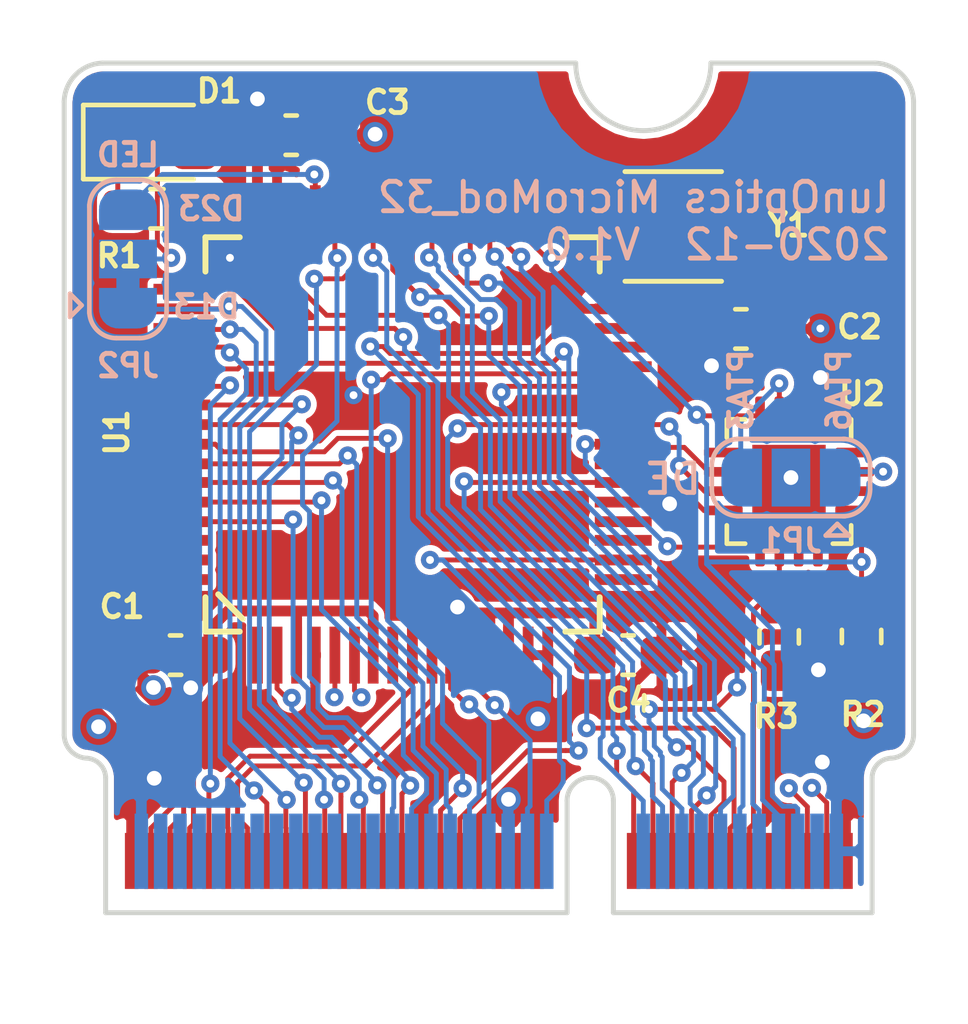
<source format=kicad_pcb>
(kicad_pcb (version 20171130) (host pcbnew "(5.1.5)-3")
  (layers (0 Top signal) (1 In1.Cu power hide) (2 In2.Cu power hide) (31 Bottom signal) (34 B.Paste user hide) (35 F.Paste user hide) (36 B.SilkS user hide) (37 F.SilkS user hide) (38 B.Mask user hide) (39 F.Mask user hide) (44 Edge.Cuts user))
  (net 0 "")
  (net 1 GND)
  (net 2 +3V3)
  (net 3 "Net-(U1-Pad33)")
  (net 4 "Net-(U1-Pad32)")
  (net 5 USB-D-)
  (net 6 USB-D+)
  (net 7 BOOT)
  (net 8 RESET)
  (net 9 SWD_CLK)
  (net 10 SWD_DIO)
  (net 11 /PTB1)
  (net 12 /PTA6)
  (net 13 D20-PTD5)
  (net 14 D21-PTD6)
  (net 15 D05-PTD7)
  (net 16 D06-PTD4)
  (net 17 D08-PTD3)
  (net 18 D07-PTD2)
  (net 19 D14-PTD1)
  (net 20 D02-PTD0)
  (net 21 "Net-(D1-Pad2)")
  (net 22 "Net-(D1-Pad1)")
  (net 23 DAC)
  (net 24 D32-CTS1)
  (net 25 D25-RTS1)
  (net 26 ADC1_P)
  (net 27 ADC0_P)
  (net 28 ADC1_N)
  (net 29 ADC0_N)
  (net 30 D13-SCK)
  (net 31 /PTA3)
  (net 32 /PTA1)
  (net 33 D01-TX1)
  (net 34 D00-RX1)
  (net 35 D10-TX2)
  (net 36 D09-RX2)
  (net 37 D12-MISO)
  (net 38 D11-MOSI)
  (net 39 D15-CS)
  (net 40 D17_A3)
  (net 41 D19-SCL0)
  (net 42 D18-SDA0)
  (net 43 D16_A2)
  (net 44 D22-A8)
  (net 45 D27_A16)
  (net 46 D28_A17)
  (net 47 D03-CAN-TX)
  (net 48 D04-CAN-TX)
  (net 49 D29-SCL1)
  (net 50 D30-SDA1)
  (net 51 D24-I2C-INT)
  (net 52 D26_A15-BAT_VIN3)
  (net 53 D23)
  (module Jumper:SolderJumper-3_P1.3mm_Bridged12_RoundedPad1.0x1.5mm (layer Bottom) (at 122.809 58.704 90)
    (fp_text reference JP2 (at -2.764 0 180) (layer B.SilkS) (effects (font (size 0.5842 0.5842) (thickness 0.127)) (justify mirror)))
    (fp_text value SolderJumper_3_Bridged12)
    (fp_poly (pts (xy -0.9 0.3) (xy -0.4 0.3) (xy -0.4 -0.3) (xy -0.9 -0.3)) (layer Bottom) (width 0))
    (pad 1 smd custom (at -1.3 0 90) (size 1 0.5) (layers Bottom B.Mask) (net 30 D13-SCK) (options (clearance outline) (anchor rect)) (primitives (gr_circle (center 0 -0.25) (end 0.5 -0.25) (width 0)) (gr_circle (center 0 0.25) (end 0.5 0.25) (width 0)) (gr_poly (pts (xy 0.55 0.75) (xy 0 0.75) (xy 0 -0.75) (xy 0.55 -0.75)) (width 0))))
    (pad 2 smd rect (at 0 0 90) (size 1 1.5) (layers Bottom B.Mask) (net 21 "Net-(D1-Pad2)"))
    (pad 3 smd custom (at 1.3 0 90) (size 1 0.5) (layers Bottom B.Mask) (net 53 D23) (options (clearance outline) (anchor rect)) (primitives (gr_circle (center 0 -0.25) (end 0.5 -0.25) (width 0)) (gr_circle (center 0 0.25) (end 0.5 0.25) (width 0)) (gr_poly (pts (xy -0.55 0.75) (xy 0 0.75) (xy 0 -0.75) (xy -0.55 -0.75)) (width 0))))
  )
  (module Package_DFN_QFN:QFN-16-1EP_3x3mm_P0.5mm_EP1.9x1.9mm (layer Top) (at 139.9286 64.4652 270)
    (fp_text reference U2 (at -2.2733 -1.8923) (layer F.SilkS) (effects (font (size 0.5842 0.5842) (thickness 0.127))))
    (fp_text value MKL02Z32VFG4)
    (pad 17 smd rect (at 0 0 270) (size 1.9 1.9) (layers Top F.Mask) (net 1 GND))
    (pad 16 smd roundrect (at -0.75 -1.7 270) (size 0.25 1) (layers Top F.Paste F.Mask))
    (pad 15 smd roundrect (at -0.25 -1.7 270) (size 0.25 1) (layers Top F.Paste F.Mask) (net 32 /PTA1))
    (pad 14 smd roundrect (at 0.25 -1.7 270) (size 0.25 1) (layers Top F.Paste F.Mask))
    (pad 13 smd roundrect (at 0.75 -1.7 270) (size 0.25 1) (layers Top F.Paste F.Mask) (net 8 RESET))
    (pad 12 smd roundrect (at 1.7 -0.75 270) (size 1 0.25) (layers Top F.Paste F.Mask))
    (pad 11 smd roundrect (at 1.7 -0.25 270) (size 1 0.25) (layers Top F.Paste F.Mask))
    (pad 10 smd roundrect (at 1.7 0.25 270) (size 1 0.25) (layers Top F.Paste F.Mask) (net 7 BOOT))
    (pad 9 smd roundrect (at 1.7 0.75 270) (size 1 0.25) (layers Top F.Paste F.Mask) (net 11 /PTB1))
    (pad 8 smd roundrect (at 0.75 1.7 270) (size 0.25 1) (layers Top F.Paste F.Mask) (net 9 SWD_CLK))
    (pad 7 smd roundrect (at 0.25 1.7 270) (size 0.25 1) (layers Top F.Paste F.Mask) (net 10 SWD_DIO))
    (pad 6 smd roundrect (at -0.25 1.7 270) (size 0.25 1) (layers Top F.Paste F.Mask) (net 12 /PTA6))
    (pad 5 smd roundrect (at -0.75 1.7 270) (size 0.25 1) (layers Top F.Paste F.Mask))
    (pad 4 smd roundrect (at -1.7 0.75 270) (size 1 0.25) (layers Top F.Paste F.Mask) (net 8 RESET))
    (pad 3 smd roundrect (at -1.7 0.25 270) (size 1 0.25) (layers Top F.Paste F.Mask) (net 31 /PTA3))
    (pad 2 smd roundrect (at -1.7 -0.25 270) (size 1 0.25) (layers Top F.Paste F.Mask) (net 1 GND))
    (pad 1 smd roundrect (at -1.7 -0.75 270) (size 1 0.25) (layers Top F.Paste F.Mask) (net 2 +3V3))
  )
  (module footprints:OSC_XRCHA16M000F0A01R0 (layer Top) (at 136.9314 57.8612 180)
    (fp_text reference Y1 (at -2.9845 0.0381) (layer F.SilkS) (effects (font (size 0.5842 0.5842) (thickness 0.127))))
    (fp_text value 16MHz)
    (pad 2 smd rect (at 1.1 0 180) (size 1.5 2.2) (layers Top F.Paste F.Mask) (net 3 "Net-(U1-Pad33)"))
    (pad 1 smd rect (at -1.1 0 180) (size 1.5 2.2) (layers Top F.Paste F.Mask) (net 4 "Net-(U1-Pad32)"))
  )
  (module Sparkfun:M.2-CARD-E-22 (layer Top) (at 132.1551 75.565)
    (fp_text reference J1 hide)
    (fp_text value MICROMOD-2222 hide)
    (pad 75 smd rect (at -9.25 -1.275 180) (size 0.35 1.45) (layers Top F.Mask) (net 1 GND))
    (pad 74 smd rect (at -9 -1.525) (size 0.35 1.95) (layers Bottom B.Mask) (net 2 +3V3))
    (pad 73 smd rect (at -8.75 -1.275 180) (size 0.35 1.45) (layers Top F.Mask) (net 13 D20-PTD5))
    (pad 72 smd rect (at -8.5 -1.525) (size 0.35 1.95) (layers Bottom B.Mask))
    (pad 71 smd rect (at -8.25 -1.275 180) (size 0.35 1.45) (layers Top F.Mask) (net 14 D21-PTD6))
    (pad 70 smd rect (at -8 -1.525) (size 0.35 1.95) (layers Bottom B.Mask))
    (pad 69 smd rect (at -7.75 -1.275 180) (size 0.35 1.45) (layers Top F.Mask) (net 15 D05-PTD7))
    (pad 68 smd rect (at -7.5 -1.525) (size 0.35 1.95) (layers Bottom B.Mask))
    (pad 67 smd rect (at -7.25 -1.275 180) (size 0.35 1.45) (layers Top F.Mask) (net 45 D27_A16))
    (pad 66 smd rect (at -7 -1.525) (size 0.35 1.95) (layers Bottom B.Mask))
    (pad 65 smd rect (at -6.75 -1.275 180) (size 0.35 1.45) (layers Top F.Mask) (net 27 ADC0_P))
    (pad 64 smd rect (at -6.5 -1.525) (size 0.35 1.95) (layers Bottom B.Mask))
    (pad 63 smd rect (at -6.25 -1.275 180) (size 0.35 1.45) (layers Top F.Mask) (net 29 ADC0_N))
    (pad 62 smd rect (at -6 -1.525) (size 0.35 1.95) (layers Bottom B.Mask))
    (pad 61 smd rect (at -5.75 -1.275 180) (size 0.35 1.45) (layers Top F.Mask) (net 37 D12-MISO))
    (pad 60 smd rect (at -5.5 -1.525) (size 0.35 1.95) (layers Bottom B.Mask))
    (pad 59 smd rect (at -5.25 -1.275 180) (size 0.35 1.45) (layers Top F.Mask) (net 38 D11-MOSI))
    (pad 58 smd rect (at -5 -1.525) (size 0.35 1.95) (layers Bottom B.Mask))
    (pad 57 smd rect (at -4.75 -1.275 180) (size 0.35 1.45) (layers Top F.Mask) (net 30 D13-SCK))
    (pad 56 smd rect (at -4.5 -1.525) (size 0.35 1.95) (layers Bottom B.Mask))
    (pad 55 smd rect (at -4.25 -1.275 180) (size 0.35 1.45) (layers Top F.Mask) (net 39 D15-CS))
    (pad 54 smd rect (at -4 -1.525) (size 0.35 1.95) (layers Bottom B.Mask))
    (pad 53 smd rect (at -3.75 -1.275 180) (size 0.35 1.45) (layers Top F.Mask) (net 49 D29-SCL1))
    (pad 52 smd rect (at -3.5 -1.525) (size 0.35 1.95) (layers Bottom B.Mask))
    (pad 51 smd rect (at -3.25 -1.275 180) (size 0.35 1.45) (layers Top F.Mask) (net 50 D30-SDA1))
    (pad 50 smd rect (at -3 -1.525) (size 0.35 1.95) (layers Bottom B.Mask))
    (pad 49 smd rect (at -2.75 -1.275 180) (size 0.35 1.45) (layers Top F.Mask) (net 52 D26_A15-BAT_VIN3))
    (pad 48 smd rect (at -2.5 -1.525) (size 0.35 1.95) (layers Bottom B.Mask) (net 16 D06-PTD4))
    (pad 47 smd rect (at -2.25 -1.275 180) (size 0.35 1.45) (layers Top F.Mask) (net 44 D22-A8))
    (pad 46 smd rect (at -2 -1.525) (size 0.35 1.95) (layers Bottom B.Mask) (net 17 D08-PTD3))
    (pad 45 smd rect (at -1.75 -1.275 180) (size 0.35 1.45) (layers Top F.Mask) (net 1 GND))
    (pad 44 smd rect (at -1.5 -1.525) (size 0.35 1.95) (layers Bottom B.Mask) (net 18 D07-PTD2))
    (pad 43 smd rect (at -1.25 -1.275 180) (size 0.35 1.45) (layers Top F.Mask) (net 47 D03-CAN-TX))
    (pad 42 smd rect (at -1 -1.525) (size 0.35 1.95) (layers Bottom B.Mask) (net 19 D14-PTD1))
    (pad 41 smd rect (at -0.75 -1.275 180) (size 0.35 1.45) (layers Top F.Mask) (net 48 D04-CAN-TX))
    (pad 40 smd rect (at -0.5 -1.525) (size 0.35 1.95) (layers Bottom B.Mask) (net 20 D02-PTD0))
    (pad 39 smd rect (at -0.25 -1.275 180) (size 0.35 1.45) (layers Top F.Mask) (net 1 GND))
    (pad 38 smd rect (at 0 -1.525) (size 0.35 1.95) (layers Bottom B.Mask) (net 26 ADC1_P))
    (pad 37 smd rect (at 0.25 -1.275 180) (size 0.35 1.45) (layers Top F.Mask))
    (pad 36 smd rect (at 0.5 -1.525) (size 0.35 1.95) (layers Bottom B.Mask) (net 1 GND))
    (pad 35 smd rect (at 0.75 -1.275 180) (size 0.35 1.45) (layers Top F.Mask))
    (pad 34 smd rect (at 1 -1.525) (size 0.35 1.95) (layers Bottom B.Mask) (net 28 ADC1_N))
    (pad 33 smd rect (at 1.25 -1.275 180) (size 0.35 1.45) (layers Top F.Mask) (net 1 GND))
    (pad 32 smd rect (at 1.5 -1.525) (size 0.35 1.95) (layers Bottom B.Mask) (net 23 DAC))
    (pad 23 smd rect (at 3.75 -1.275 180) (size 0.35 1.45) (layers Top F.Mask) (net 10 SWD_DIO))
    (pad 22 smd rect (at 4 -1.525) (size 0.35 1.95) (layers Bottom B.Mask) (net 35 D10-TX2))
    (pad 21 smd rect (at 4.25 -1.275 180) (size 0.35 1.45) (layers Top F.Mask) (net 9 SWD_CLK))
    (pad 20 smd rect (at 4.5 -1.525) (size 0.35 1.95) (layers Bottom B.Mask) (net 36 D09-RX2))
    (pad 19 smd rect (at 4.75 -1.275 180) (size 0.35 1.45) (layers Top F.Mask) (net 34 D00-RX1))
    (pad 18 smd rect (at 5 -1.525) (size 0.35 1.95) (layers Bottom B.Mask) (net 40 D17_A3))
    (pad 17 smd rect (at 5.25 -1.275 180) (size 0.35 1.45) (layers Top F.Mask) (net 33 D01-TX1))
    (pad 16 smd rect (at 5.5 -1.525) (size 0.35 1.95) (layers Bottom B.Mask) (net 51 D24-I2C-INT))
    (pad 15 smd rect (at 5.75 -1.275 180) (size 0.35 1.45) (layers Top F.Mask) (net 24 D32-CTS1))
    (pad 14 smd rect (at 6 -1.525) (size 0.35 1.95) (layers Bottom B.Mask) (net 41 D19-SCL0))
    (pad 13 smd rect (at 6.25 -1.275 180) (size 0.35 1.45) (layers Top F.Mask) (net 25 D25-RTS1))
    (pad 12 smd rect (at 6.5 -1.525) (size 0.35 1.95) (layers Bottom B.Mask) (net 42 D18-SDA0))
    (pad 11 smd rect (at 6.75 -1.275 180) (size 0.35 1.45) (layers Top F.Mask) (net 7 BOOT))
    (pad 10 smd rect (at 7 -1.525) (size 0.35 1.95) (layers Bottom B.Mask) (net 43 D16_A2))
    (pad 9 smd rect (at 7.25 -1.275 180) (size 0.35 1.45) (layers Top F.Mask))
    (pad 8 smd rect (at 7.5 -1.525) (size 0.35 1.95) (layers Bottom B.Mask) (net 46 D28_A17))
    (pad 7 smd rect (at 7.75 -1.275 180) (size 0.35 1.45) (layers Top F.Mask) (net 1 GND))
    (pad 6 smd rect (at 8 -1.525) (size 0.35 1.95) (layers Bottom B.Mask) (net 8 RESET))
    (pad 5 smd rect (at 8.25 -1.275 180) (size 0.35 1.45) (layers Top F.Mask) (net 5 USB-D-))
    (pad 4 smd rect (at 8.5 -1.525) (size 0.35 1.95) (layers Bottom B.Mask))
    (pad 3 smd rect (at 8.75 -1.275 180) (size 0.35 1.45) (layers Top F.Mask) (net 6 USB-D+))
    (pad 2 smd rect (at 9 -1.525) (size 0.35 1.95) (layers Bottom B.Mask) (net 2 +3V3))
    (pad 1 smd rect (at 9.25 -1.275 180) (size 0.35 1.45) (layers Top F.Mask) (net 1 GND))
  )
  (module NXP:QFP50P1200X1200X160-64N (layer Top) (at 129.921 63.246 90)
    (fp_text reference U1 (at 0.05 -7.4 270) (layer F.SilkS) (effects (font (size 0.5842 0.5842) (thickness 0.127))))
    (fp_text value MK20DX256VLH7)
    (pad 64 smd rect (at -3.7592 -5.715 90) (size 0.2794 1.4732) (layers Top F.Paste F.Mask) (net 15 D05-PTD7))
    (pad 63 smd rect (at -3.2512 -5.715 90) (size 0.2794 1.4732) (layers Top F.Paste F.Mask) (net 14 D21-PTD6))
    (pad 62 smd rect (at -2.7432 -5.715 90) (size 0.2794 1.4732) (layers Top F.Paste F.Mask) (net 13 D20-PTD5))
    (pad 61 smd rect (at -2.2606 -5.715 90) (size 0.2794 1.4732) (layers Top F.Paste F.Mask) (net 16 D06-PTD4))
    (pad 60 smd rect (at -1.7526 -5.715 90) (size 0.2794 1.4732) (layers Top F.Paste F.Mask) (net 17 D08-PTD3))
    (pad 59 smd rect (at -1.2446 -5.715 90) (size 0.2794 1.4732) (layers Top F.Paste F.Mask) (net 18 D07-PTD2))
    (pad 58 smd rect (at -0.762 -5.715 90) (size 0.2794 1.4732) (layers Top F.Paste F.Mask) (net 19 D14-PTD1))
    (pad 57 smd rect (at -0.254 -5.715 90) (size 0.2794 1.4732) (layers Top F.Paste F.Mask) (net 20 D02-PTD0))
    (pad 56 smd rect (at 0.254 -5.715 90) (size 0.2794 1.4732) (layers Top F.Paste F.Mask) (net 50 D30-SDA1))
    (pad 55 smd rect (at 0.762 -5.715 90) (size 0.2794 1.4732) (layers Top F.Paste F.Mask) (net 49 D29-SCL1))
    (pad 54 smd rect (at 1.2446 -5.715 90) (size 0.2794 1.4732) (layers Top F.Paste F.Mask) (net 45 D27_A16))
    (pad 53 smd rect (at 1.7526 -5.715 90) (size 0.2794 1.4732) (layers Top F.Paste F.Mask) (net 46 D28_A17))
    (pad 52 smd rect (at 2.2606 -5.715 90) (size 0.2794 1.4732) (layers Top F.Paste F.Mask) (net 37 D12-MISO))
    (pad 51 smd rect (at 2.7432 -5.715 90) (size 0.2794 1.4732) (layers Top F.Paste F.Mask) (net 38 D11-MOSI))
    (pad 50 smd rect (at 3.2512 -5.715 90) (size 0.2794 1.4732) (layers Top F.Paste F.Mask) (net 30 D13-SCK))
    (pad 49 smd rect (at 3.7592 -5.715 90) (size 0.2794 1.4732) (layers Top F.Paste F.Mask) (net 35 D10-TX2))
    (pad 48 smd rect (at 5.715 -3.7592 90) (size 1.4732 0.2794) (layers Top F.Paste F.Mask) (net 2 +3V3))
    (pad 47 smd rect (at 5.715 -3.2512 90) (size 1.4732 0.2794) (layers Top F.Paste F.Mask) (net 1 GND))
    (pad 46 smd rect (at 5.715 -2.7432 90) (size 1.4732 0.2794) (layers Top F.Paste F.Mask) (net 36 D09-RX2))
    (pad 45 smd rect (at 5.715 -2.2606 90) (size 1.4732 0.2794) (layers Top F.Paste F.Mask) (net 53 D23))
    (pad 44 smd rect (at 5.715 -1.7526 90) (size 1.4732 0.2794) (layers Top F.Paste F.Mask) (net 44 D22-A8))
    (pad 43 smd rect (at 5.715 -1.2446 90) (size 1.4732 0.2794) (layers Top F.Paste F.Mask) (net 39 D15-CS))
    (pad 42 smd rect (at 5.715 -0.762 90) (size 1.4732 0.2794) (layers Top F.Paste F.Mask) (net 25 D25-RTS1))
    (pad 41 smd rect (at 5.715 -0.254 90) (size 1.4732 0.2794) (layers Top F.Paste F.Mask) (net 24 D32-CTS1))
    (pad 40 smd rect (at 5.715 0.254 90) (size 1.4732 0.2794) (layers Top F.Paste F.Mask) (net 33 D01-TX1))
    (pad 39 smd rect (at 5.715 0.762 90) (size 1.4732 0.2794) (layers Top F.Paste F.Mask) (net 34 D00-RX1))
    (pad 38 smd rect (at 5.715 1.2446 90) (size 1.4732 0.2794) (layers Top F.Paste F.Mask) (net 42 D18-SDA0))
    (pad 37 smd rect (at 5.715 1.7526 90) (size 1.4732 0.2794) (layers Top F.Paste F.Mask) (net 41 D19-SCL0))
    (pad 36 smd rect (at 5.715 2.2606 90) (size 1.4732 0.2794) (layers Top F.Paste F.Mask) (net 40 D17_A3))
    (pad 35 smd rect (at 5.715 2.7432 90) (size 1.4732 0.2794) (layers Top F.Paste F.Mask) (net 43 D16_A2))
    (pad 34 smd rect (at 5.715 3.2512 90) (size 1.4732 0.2794) (layers Top F.Paste F.Mask) (net 8 RESET))
    (pad 33 smd rect (at 5.715 3.7592 90) (size 1.4732 0.2794) (layers Top F.Paste F.Mask) (net 3 "Net-(U1-Pad33)"))
    (pad 32 smd rect (at 3.7592 5.715 90) (size 0.2794 1.4732) (layers Top F.Paste F.Mask) (net 4 "Net-(U1-Pad32)"))
    (pad 31 smd rect (at 3.2512 5.715 90) (size 0.2794 1.4732) (layers Top F.Paste F.Mask) (net 1 GND))
    (pad 30 smd rect (at 2.7432 5.715 90) (size 0.2794 1.4732) (layers Top F.Paste F.Mask) (net 2 +3V3))
    (pad 29 smd rect (at 2.2606 5.715 90) (size 0.2794 1.4732) (layers Top F.Paste F.Mask) (net 48 D04-CAN-TX))
    (pad 28 smd rect (at 1.7526 5.715 90) (size 0.2794 1.4732) (layers Top F.Paste F.Mask) (net 47 D03-CAN-TX))
    (pad 27 smd rect (at 1.2446 5.715 90) (size 0.2794 1.4732) (layers Top F.Paste F.Mask) (net 51 D24-I2C-INT))
    (pad 26 smd rect (at 0.762 5.715 90) (size 0.2794 1.4732) (layers Top F.Paste F.Mask))
    (pad 25 smd rect (at 0.254 5.715 90) (size 0.2794 1.4732) (layers Top F.Paste F.Mask) (net 10 SWD_DIO))
    (pad 24 smd rect (at -0.254 5.715 90) (size 0.2794 1.4732) (layers Top F.Paste F.Mask) (net 11 /PTB1))
    (pad 23 smd rect (at -0.762 5.715 90) (size 0.2794 1.4732) (layers Top F.Paste F.Mask) (net 12 /PTA6))
    (pad 22 smd rect (at -1.2446 5.715 90) (size 0.2794 1.4732) (layers Top F.Paste F.Mask) (net 9 SWD_CLK))
    (pad 21 smd rect (at -1.7526 5.715 90) (size 0.2794 1.4732) (layers Top F.Paste F.Mask) (net 2 +3V3))
    (pad 20 smd rect (at -2.2606 5.715 90) (size 0.2794 1.4732) (layers Top F.Paste F.Mask))
    (pad 19 smd rect (at -2.7432 5.715 90) (size 0.2794 1.4732) (layers Top F.Paste F.Mask))
    (pad 18 smd rect (at -3.2512 5.715 90) (size 0.2794 1.4732) (layers Top F.Paste F.Mask) (net 23 DAC))
    (pad 17 smd rect (at -3.7592 5.715 90) (size 0.2794 1.4732) (layers Top F.Paste F.Mask))
    (pad 16 smd rect (at -5.715 3.7592 90) (size 1.4732 0.2794) (layers Top F.Paste F.Mask) (net 1 GND))
    (pad 15 smd rect (at -5.715 3.2512 90) (size 1.4732 0.2794) (layers Top F.Paste F.Mask) (net 1 GND))
    (pad 14 smd rect (at -5.715 2.7432 90) (size 1.4732 0.2794) (layers Top F.Paste F.Mask) (net 2 +3V3))
    (pad 13 smd rect (at -5.715 2.2606 90) (size 1.4732 0.2794) (layers Top F.Paste F.Mask) (net 2 +3V3))
    (pad 12 smd rect (at -5.715 1.7526 90) (size 1.4732 0.2794) (layers Top F.Paste F.Mask) (net 28 ADC1_N))
    (pad 11 smd rect (at -5.715 1.2446 90) (size 1.4732 0.2794) (layers Top F.Paste F.Mask) (net 26 ADC1_P))
    (pad 10 smd rect (at -5.715 0.762 90) (size 1.4732 0.2794) (layers Top F.Paste F.Mask) (net 29 ADC0_N))
    (pad 9 smd rect (at -5.715 0.254 90) (size 1.4732 0.2794) (layers Top F.Paste F.Mask) (net 27 ADC0_P))
    (pad 8 smd rect (at -5.715 -0.254 90) (size 1.4732 0.2794) (layers Top F.Paste F.Mask))
    (pad 7 smd rect (at -5.715 -0.762 90) (size 1.4732 0.2794) (layers Top F.Paste F.Mask) (net 2 +3V3))
    (pad 6 smd rect (at -5.715 -1.2446 90) (size 1.4732 0.2794) (layers Top F.Paste F.Mask) (net 5 USB-D-))
    (pad 5 smd rect (at -5.715 -1.7526 90) (size 1.4732 0.2794) (layers Top F.Paste F.Mask) (net 6 USB-D+))
    (pad 4 smd rect (at -5.715 -2.2606 90) (size 1.4732 0.2794) (layers Top F.Paste F.Mask) (net 1 GND))
    (pad 3 smd rect (at -5.715 -2.7432 90) (size 1.4732 0.2794) (layers Top F.Paste F.Mask) (net 2 +3V3))
    (pad 2 smd rect (at -5.715 -3.2512 90) (size 1.4732 0.2794) (layers Top F.Paste F.Mask) (net 52 D26_A15-BAT_VIN3))
    (pad 1 smd rect (at -5.715 -3.7592 90) (size 1.4732 0.2794) (layers Top F.Paste F.Mask))
  )
  (module Jumper:SolderJumper-3_P1.3mm_Open_RoundedPad1.0x1.5mm (layer Bottom) (at 139.9794 64.3636 180)
    (fp_text reference JP1 (at 0 -1.6383 180) (layer B.SilkS) (effects (font (size 0.5842 0.5842) (thickness 0.127)) (justify mirror)))
    (fp_text value SolderJumper_3_Open)
    (pad 2 smd rect (at 0 0 180) (size 1 1.5) (layers Bottom B.Mask) (net 1 GND))
    (pad 3 smd custom (at 1.3 0 180) (size 1 0.5) (layers Bottom B.Mask) (net 31 /PTA3) (options (clearance outline) (anchor rect)) (primitives (gr_circle (center 0 -0.25) (end 0.5 -0.25) (width 0)) (gr_circle (center 0 0.25) (end 0.5 0.25) (width 0)) (gr_poly (pts (xy -0.55 0.75) (xy 0 0.75) (xy 0 -0.75) (xy -0.55 -0.75)) (width 0))))
    (pad 1 smd custom (at -1.3 0 180) (size 1 0.5) (layers Bottom B.Mask) (net 32 /PTA1) (options (clearance outline) (anchor rect)) (primitives (gr_circle (center 0 -0.25) (end 0.5 -0.25) (width 0)) (gr_circle (center 0 0.25) (end 0.5 0.25) (width 0)) (gr_poly (pts (xy 0.55 0.75) (xy 0 0.75) (xy 0 -0.75) (xy 0.55 -0.75)) (width 0))))
  )
  (module Capacitor_SMD:C_0603_1608Metric_Pad1.08x0.95mm_HandSolder (layer Top) (at 124.042 68.961 180)
    (fp_text reference C1 (at 1.3854 1.2573) (layer F.SilkS) (effects (font (size 0.5842 0.5842) (thickness 0.127))))
    (fp_text value 100n)
    (pad 2 smd roundrect (at 0.8625 0 180) (size 1.075 0.95) (layers Top F.Paste F.Mask) (net 1 GND))
    (pad 1 smd roundrect (at -0.8625 0 180) (size 1.075 0.95) (layers Top F.Paste F.Mask) (net 2 +3V3))
  )
  (module Resistor_SMD:R_0603_1608Metric_Pad1.05x0.95mm_HandSolder (layer Top) (at 123.5596 57.404)
    (fp_text reference R1 (at -0.9792 1.2192 180) (layer F.SilkS) (effects (font (size 0.5842 0.5842) (thickness 0.127))))
    (fp_text value 1k)
    (pad 2 smd roundrect (at 0.875 0) (size 1.05 0.95) (layers Top F.Paste F.Mask) (net 1 GND))
    (pad 1 smd roundrect (at -0.875 0) (size 1.05 0.95) (layers Top F.Paste F.Mask) (net 22 "Net-(D1-Pad1)"))
  )
  (module LED_SMD:LED_0805_2012Metric_Pad1.15x1.40mm_HandSolder (layer Top) (at 123.5112 55.6768)
    (fp_text reference D1 (at 1.66 -1.3208) (layer F.SilkS) (effects (font (size 0.5842 0.5842) (thickness 0.127))))
    (fp_text value LED)
    (pad 2 smd roundrect (at 1.025 0) (size 1.15 1.4) (layers Top F.Paste F.Mask) (roundrect_rratio 0.217391) (net 21 "Net-(D1-Pad2)"))
    (pad 1 smd roundrect (at -1.025 0) (size 1.15 1.4) (layers Top F.Paste F.Mask) (roundrect_rratio 0.217391) (net 22 "Net-(D1-Pad1)"))
  )
  (module Capacitor_SMD:C_0603_1608Metric_Pad1.08x0.95mm_HandSolder (layer Top) (at 135.763 68.961)
    (fp_text reference C4 (at 0.0127 1.1684) (layer F.SilkS) (effects (font (size 0.5842 0.5842) (thickness 0.127))))
    (fp_text value 100n)
    (pad 2 smd roundrect (at 0.8625 0) (size 1.075 0.95) (layers Top F.Paste F.Mask) (net 1 GND))
    (pad 1 smd roundrect (at -0.8625 0) (size 1.075 0.95) (layers Top F.Paste F.Mask) (net 2 +3V3))
  )
  (module Capacitor_SMD:C_0603_1608Metric_Pad1.08x0.95mm_HandSolder (layer Top) (at 127.037 55.499)
    (fp_text reference C3 (at 2.4903 -0.8509) (layer F.SilkS) (effects (font (size 0.5842 0.5842) (thickness 0.127))))
    (fp_text value 100n)
    (pad 2 smd roundrect (at 0.8625 0) (size 1.075 0.95) (layers Top F.Paste F.Mask) (net 1 GND))
    (pad 1 smd roundrect (at -0.8625 0) (size 1.075 0.95) (layers Top F.Paste F.Mask) (net 2 +3V3))
  )
  (module Capacitor_SMD:C_0603_1608Metric_Pad1.08x0.95mm_HandSolder (layer Top) (at 138.684 60.5155)
    (fp_text reference C2 (at 3.0734 -0.0508) (layer F.SilkS) (effects (font (size 0.5842 0.5842) (thickness 0.127))))
    (fp_text value 100n)
    (pad 2 smd roundrect (at 0.8625 0) (size 1.075 0.95) (layers Top F.Paste F.Mask) (net 1 GND))
    (pad 1 smd roundrect (at -0.8625 0) (size 1.075 0.95) (layers Top F.Paste F.Mask) (net 2 +3V3))
  )
  (module Resistor_SMD:R_0603_1608Metric_Pad1.05x0.95mm_HandSolder (layer Top) (at 141.8082 68.4784 90)
    (fp_text reference R2 (at -2.0193 0.0381 180) (layer F.SilkS) (effects (font (size 0.5842 0.5842) (thickness 0.127))))
    (fp_text value 10k)
    (pad 2 smd roundrect (at 0.875 0 90) (size 1.05 0.95) (layers Top F.Paste F.Mask) (net 8 RESET))
    (pad 1 smd roundrect (at -0.875 0 90) (size 1.05 0.95) (layers Top F.Paste F.Mask) (net 2 +3V3))
  )
  (module Resistor_SMD:R_0603_1608Metric_Pad1.05x0.95mm_HandSolder (layer Top) (at 139.6746 68.4898 270)
    (fp_text reference R3 (at 2.0587 0.0762 180) (layer F.SilkS) (effects (font (size 0.5842 0.5842) (thickness 0.127))))
    (fp_text value 10k)
    (pad 2 smd roundrect (at 0.875 0 270) (size 1.05 0.95) (layers Top F.Paste F.Mask) (net 2 +3V3))
    (pad 1 smd roundrect (at -0.875 0 270) (size 1.05 0.95) (layers Top F.Paste F.Mask) (net 7 BOOT))
  )
  (gr_text "lunOptics MicroMod_32\n2020-12  V1.0\n" (at 142.6083 57.7215) (layer B.SilkS) (effects (font (size 0.762 0.762) (thickness 0.127)) (justify left mirror)))
  (gr_text DE (at 136.9187 64.4017) (layer B.SilkS) (effects (font (size 0.762 0.762) (thickness 0.127)) (justify mirror)))
  (gr_text PTA6 (at 141.224 62.103 90) (layer B.SilkS) (effects (font (size 0.5842 0.5842) (thickness 0.127)) (justify mirror)))
  (gr_text PTA3 (at 138.684 62.103 90) (layer B.SilkS) (effects (font (size 0.5842 0.5842) (thickness 0.127)) (justify mirror)))
  (gr_text LED (at 122.809 56.007) (layer B.SilkS) (effects (font (size 0.5842 0.5842) (thickness 0.127)) (justify mirror)))
  (gr_text D13 (at 124.841 59.944) (layer B.SilkS) (effects (font (size 0.5842 0.5842) (thickness 0.127)) (justify mirror)))
  (gr_text D23 (at 124.968 57.404) (layer B.SilkS) (effects (font (size 0.5842 0.5842) (thickness 0.127)) (justify mirror)))
  (gr_line (start 135.3812 72.730617) (end 135.3812 75.630617) (layer Edge.Cuts) (width 0.127))
  (gr_arc (start 134.7812 72.730617) (end 135.3812 72.730617) (angle -180) (layer Edge.Cuts) (width 0.127))
  (gr_line (start 122.2312 75.630617) (end 134.1812 75.630617) (layer Edge.Cuts) (width 0.127))
  (gr_arc (start 136.1562 53.630617) (end 137.9062 53.630617) (angle 180) (layer Edge.Cuts) (width 0.127))
  (gr_line (start 142.0812 75.630617) (end 135.3812 75.630617) (layer Edge.Cuts) (width 0.127))
  (gr_line (start 122.2312 75.630617) (end 122.2312 72.130617) (layer Edge.Cuts) (width 0.127))
  (gr_line (start 142.0812 72.130617) (end 142.0812 75.630617) (layer Edge.Cuts) (width 0.127))
  (gr_arc (start 142.59177 72.140034) (end 142.5562 71.630617) (angle -84.949116) (layer Edge.Cuts) (width 0.127))
  (gr_arc (start 121.715169 72.145221) (end 121.7562 71.630617) (angle 83.820277) (layer Edge.Cuts) (width 0.127))
  (gr_line (start 142.1562 53.630617) (end 137.9062 53.630617) (layer Edge.Cuts) (width 0.127))
  (gr_line (start 134.4062 53.630617) (end 122.1562 53.630617) (layer Edge.Cuts) (width 0.127))
  (gr_line (start 121.1562 54.630617) (end 121.1562 71.030617) (layer Edge.Cuts) (width 0.127))
  (gr_line (start 134.1812 72.730617) (end 134.1812 75.630617) (layer Edge.Cuts) (width 0.127))
  (gr_line (start 143.1562 54.630617) (end 143.1562 71.030617) (layer Edge.Cuts) (width 0.127))
  (gr_arc (start 142.538875 71.013293) (end 142.5562 71.630617) (angle -86.784874) (layer Edge.Cuts) (width 0.127))
  (gr_arc (start 121.773524 71.013293) (end 121.1562 71.030617) (angle -86.784874) (layer Edge.Cuts) (width 0.127))
  (gr_arc (start 142.1312 54.655617) (end 142.1562 53.630617) (angle 87.205638) (layer Edge.Cuts) (width 0.127))
  (gr_arc (start 122.181199 54.655617) (end 121.1562 54.630617) (angle 87.205638) (layer Edge.Cuts) (width 0.127))
  (via (at 128.651 62.23) (size 0.4699) (drill 0.2032) (layers Top Bottom) (net 1))
  (segment (start 139.569 60.538) (end 139.5465 60.5155) (width 0.2794) (layer Top) (net 1))
  (via (at 122.047 70.8152) (size 0.635) (drill 0.381) (layers Top Bottom) (net 1))
  (segment (start 123.1795 68.961) (end 123.1795 69.5093) (width 0.2794) (layer Top) (net 1))
  (via (at 123.4694 69.7992) (size 0.635) (drill 0.381) (layers Top Bottom) (net 1))
  (segment (start 123.1795 69.5093) (end 123.4694 69.7992) (width 0.2794) (layer Top) (net 1))
  (segment (start 122.364499 71.132699) (end 122.047 70.8152) (width 0.2794) (layer Top) (net 1))
  (segment (start 122.9051 71.6733) (end 122.364499 71.132699) (width 0.2794) (layer Top) (net 1))
  (segment (start 122.9051 74.29) (end 122.9051 71.6733) (width 0.2794) (layer Top) (net 1))
  (via (at 129.2098 55.4736) (size 0.635) (drill 0.381) (layers Top Bottom) (net 1))
  (via (at 140.7414 60.5028) (size 0.4699) (drill 0.2032) (layers Top Bottom) (net 1))
  (segment (start 139.9794 64.3128) (end 139.9794 64.4144) (width 0.2794) (layer Bottom) (net 1))
  (segment (start 139.9286 64.4652) (end 139.9286 64.465201) (width 0.2794) (layer Bottom) (net 1))
  (segment (start 139.9794 64.4144) (end 139.9286 64.4652) (width 0.2794) (layer Bottom) (net 1))
  (via (at 139.9794 64.3636) (size 0.635) (drill 0.381) (layers Top Bottom) (net 1))
  (via (at 141.859 70.6628) (size 0.635) (drill 0.381) (layers Top Bottom) (net 1))
  (segment (start 135.291999 70.294501) (end 133.743701 70.294501) (width 0.2794) (layer Top) (net 1))
  (segment (start 133.1722 68.961) (end 133.1722 70.357998) (width 0.2794) (layer Top) (net 1))
  (via (at 133.426202 70.612) (size 0.635) (drill 0.381) (layers Top Bottom) (net 1))
  (segment (start 136.6255 68.961) (end 135.291999 70.294501) (width 0.2794) (layer Top) (net 1))
  (segment (start 133.6802 68.961) (end 133.6802 70.358002) (width 0.2794) (layer Top) (net 1))
  (segment (start 133.1722 70.357998) (end 133.426202 70.612) (width 0.2794) (layer Top) (net 1))
  (segment (start 133.743701 70.294501) (end 133.426202 70.612) (width 0.2794) (layer Top) (net 1))
  (segment (start 133.6802 70.358002) (end 133.426202 70.612) (width 0.2794) (layer Top) (net 1))
  (segment (start 132.6551 72.70389) (end 132.66419 72.6948) (width 0.2794) (layer Bottom) (net 1))
  (via (at 132.66419 72.6948) (size 0.635) (drill 0.381) (layers Top Bottom) (net 1))
  (segment (start 132.6551 74.04) (end 132.6551 72.70389) (width 0.2794) (layer Bottom) (net 1))
  (segment (start 131.9051 73.2856) (end 131.9051 74.29) (width 0.2794) (layer Top) (net 1))
  (segment (start 132.66419 72.6948) (end 132.4959 72.6948) (width 0.2794) (layer Top) (net 1))
  (segment (start 132.4959 72.6948) (end 131.9051 73.2856) (width 0.2794) (layer Top) (net 1))
  (segment (start 132.8674 72.6948) (end 132.66419 72.6948) (width 0.2794) (layer Top) (net 1))
  (segment (start 133.4051 74.29) (end 133.4051 73.2325) (width 0.2794) (layer Top) (net 1))
  (segment (start 133.4051 73.2325) (end 132.8674 72.6948) (width 0.2794) (layer Top) (net 1))
  (via (at 140.6906 69.342) (size 0.635) (drill 0.381) (layers Top Bottom) (net 2))
  (segment (start 126.1618 55.2577) (end 126.1745 55.245) (width 0.2794) (layer Top) (net 2))
  (segment (start 126.1618 57.531) (end 126.1618 55.2577) (width 0.2794) (layer Top) (net 2))
  (segment (start 123.1551 74.04) (end 123.1541 74.041) (width 0.2794) (layer Bottom) (net 2))
  (segment (start 137.8088 60.5028) (end 137.8215 60.5155) (width 0.2794) (layer Top) (net 2))
  (segment (start 135.636 60.5028) (end 137.8088 60.5028) (width 0.2794) (layer Top) (net 2))
  (via (at 140.7414 61.7728) (size 0.635) (drill 0.381) (layers Top Bottom) (net 2))
  (segment (start 137.8215 60.5155) (end 137.8215 61.367492) (width 0.2794) (layer Top) (net 2))
  (via (at 137.922 61.467992) (size 0.635) (drill 0.381) (layers Top Bottom) (net 2))
  (segment (start 137.8215 61.367492) (end 137.922 61.467992) (width 0.2794) (layer Top) (net 2))
  (segment (start 129.159 67.945) (end 129.159 68.961) (width 0.2794) (layer Top) (net 2))
  (segment (start 127.1778 67.818) (end 129.032 67.818) (width 0.2794) (layer Top) (net 2))
  (segment (start 129.032 67.818) (end 129.159 67.945) (width 0.2794) (layer Top) (net 2))
  (segment (start 127.1778 68.961) (end 127.1778 67.818) (width 0.2794) (layer Top) (net 2))
  (segment (start 124.9045 68.961) (end 124.9045 68.3133) (width 0.2794) (layer Top) (net 2))
  (segment (start 125.3998 67.818) (end 127.1778 67.818) (width 0.2794) (layer Top) (net 2))
  (segment (start 124.9045 68.3133) (end 125.3998 67.818) (width 0.2794) (layer Top) (net 2))
  (via (at 123.48931 72.149734) (size 0.635) (drill 0.381) (layers Top Bottom) (net 2))
  (segment (start 123.1551 72.483944) (end 123.48931 72.149734) (width 0.2794) (layer Bottom) (net 2))
  (segment (start 123.1551 74.04) (end 123.1551 72.483944) (width 0.2794) (layer Bottom) (net 2))
  (segment (start 134.9005 68.961) (end 134.9005 67.8699) (width 0.2794) (layer Top) (net 2))
  (segment (start 132.6642 68.961) (end 132.6642 67.8688) (width 0.2794) (layer Top) (net 2))
  (segment (start 132.1816 68.961) (end 132.1816 67.8688) (width 0.2794) (layer Top) (net 2))
  (segment (start 132.6653 67.8699) (end 132.6642 67.8688) (width 0.2794) (layer Top) (net 2))
  (segment (start 134.9005 67.8699) (end 132.6653 67.8699) (width 0.2794) (layer Top) (net 2))
  (segment (start 132.1827 67.8699) (end 132.1816 67.8688) (width 0.2794) (layer Top) (net 2))
  (segment (start 132.6653 67.8699) (end 132.1827 67.8699) (width 0.2794) (layer Top) (net 2))
  (via (at 131.3434 67.7164) (size 0.635) (drill 0.381) (layers Top Bottom) (net 2))
  (segment (start 131.4958 67.8688) (end 131.3434 67.7164) (width 0.2794) (layer Top) (net 2))
  (segment (start 132.1816 67.8688) (end 131.4958 67.8688) (width 0.2794) (layer Top) (net 2))
  (via (at 126.1618 54.5592) (size 0.635) (drill 0.381) (layers Top Bottom) (net 2))
  (segment (start 126.1745 55.499) (end 126.1745 54.5719) (width 0.2794) (layer Top) (net 2))
  (segment (start 126.1745 54.5719) (end 126.1618 54.5592) (width 0.2794) (layer Top) (net 2))
  (via (at 125.4506 58.674) (size 0.4699) (drill 0.2032) (layers Top Bottom) (net 2))
  (segment (start 140.6786 61.7848) (end 140.6906 61.7728) (width 0.2794) (layer Top) (net 2))
  (segment (start 140.6786 62.7652) (end 140.6786 61.7848) (width 0.2794) (layer Top) (net 2))
  (segment (start 135.636 64.9986) (end 136.792087 64.9986) (width 0.2794) (layer Top) (net 2))
  (segment (start 136.792087 64.9986) (end 136.837235 65.043748) (width 0.2794) (layer Top) (net 2))
  (via (at 136.837235 65.043748) (size 0.635) (drill 0.381) (layers Top Bottom) (net 2))
  (segment (start 141.1551 72.0925) (end 140.7922 71.7296) (width 0.2794) (layer Bottom) (net 2))
  (via (at 140.7922 71.7296) (size 0.635) (drill 0.381) (layers Top Bottom) (net 2))
  (segment (start 141.1551 74.04) (end 141.1551 72.0925) (width 0.2794) (layer Bottom) (net 2))
  (segment (start 140.702 69.3534) (end 140.6906 69.342) (width 0.2794) (layer Top) (net 2))
  (segment (start 141.8082 69.3534) (end 140.702 69.3534) (width 0.2794) (layer Top) (net 2))
  (segment (start 140.6678 69.3648) (end 140.6906 69.342) (width 0.2794) (layer Top) (net 2))
  (segment (start 139.6746 69.3648) (end 140.6678 69.3648) (width 0.2794) (layer Top) (net 2))
  (via (at 124.434524 69.806379) (size 0.635) (drill 0.381) (layers Top Bottom) (net 2))
  (segment (start 124.9045 68.961) (end 124.9045 69.436) (width 0.2794) (layer Top) (net 2))
  (segment (start 124.9045 69.436) (end 124.534121 69.806379) (width 0.2794) (layer Top) (net 2))
  (segment (start 124.534121 69.806379) (end 124.434524 69.806379) (width 0.2794) (layer Top) (net 2))
  (segment (start 133.6802 57.531) (end 135.933 57.531) (width 0.127) (layer Top) (net 3))
  (segment (start 138.133 58.082) (end 138.133 57.531) (width 0.127) (layer Top) (net 4))
  (segment (start 135.636 59.4868) (end 136.7282 59.4868) (width 0.127) (layer Top) (net 4))
  (segment (start 136.7282 59.4868) (end 138.133 58.082) (width 0.127) (layer Top) (net 4))
  (segment (start 140.4051 72.887506) (end 139.924829 72.407235) (width 0.127) (layer Top) (net 5))
  (segment (start 128.6764 68.961) (end 128.6764 69.875404) (width 0.127) (layer Top) (net 5))
  (segment (start 128.6764 69.875404) (end 128.854196 70.0532) (width 0.127) (layer Top) (net 5))
  (via (at 128.854196 70.0532) (size 0.4699) (drill 0.2032) (layers Top Bottom) (net 5))
  (via (at 139.924829 72.407235) (size 0.4699) (drill 0.2032) (layers Top Bottom) (net 5))
  (segment (start 140.4051 74.29) (end 140.4051 72.887506) (width 0.127) (layer Top) (net 5))
  (segment (start 140.756681 72.633468) (end 140.521732 72.398519) (width 0.127) (layer Top) (net 6))
  (segment (start 140.9051 72.781887) (end 140.756681 72.633468) (width 0.127) (layer Top) (net 6))
  (segment (start 140.9051 74.29) (end 140.9051 72.781887) (width 0.127) (layer Top) (net 6))
  (via (at 140.521732 72.398519) (size 0.4699) (drill 0.2032) (layers Top Bottom) (net 6))
  (segment (start 128.1684 70.037243) (end 128.155697 70.049946) (width 0.127) (layer Top) (net 6))
  (via (at 128.155697 70.049946) (size 0.4699) (drill 0.2032) (layers Top Bottom) (net 6))
  (segment (start 128.1684 68.961) (end 128.1684 70.037243) (width 0.127) (layer Top) (net 6))
  (segment (start 139.6786 67.6108) (end 139.6746 67.6148) (width 0.127) (layer Top) (net 7))
  (segment (start 139.6786 66.1652) (end 139.6786 67.6108) (width 0.127) (layer Top) (net 7))
  (segment (start 138.9051 74.29) (end 138.9051 73.438) (width 0.127) (layer Top) (net 7))
  (segment (start 139.00909 67.80531) (end 139.1996 67.6148) (width 0.127) (layer Top) (net 7))
  (segment (start 139.00909 73.33401) (end 139.00909 67.80531) (width 0.127) (layer Top) (net 7))
  (segment (start 138.9051 73.438) (end 139.00909 73.33401) (width 0.127) (layer Top) (net 7))
  (segment (start 139.1996 67.6148) (end 139.6746 67.6148) (width 0.127) (layer Top) (net 7))
  (segment (start 139.1786 62.7652) (end 137.568206 62.7652) (width 0.127) (layer Top) (net 8))
  (segment (start 137.541 62.6872) (end 137.541 62.737994) (width 0.127) (layer Top) (net 8))
  (segment (start 137.568206 62.7652) (end 137.541 62.737994) (width 0.127) (layer Top) (net 8))
  (via (at 137.541 62.737994) (size 0.4699) (drill 0.2032) (layers Top Bottom) (net 8))
  (segment (start 139.49937 69.16677) (end 139.319 68.9864) (width 0.127) (layer Bottom) (net 8))
  (segment (start 139.49937 69.16677) (end 139.4714 69.1388) (width 0.127) (layer Bottom) (net 8))
  (segment (start 137.795 62.991994) (end 137.541 62.737994) (width 0.127) (layer Bottom) (net 8))
  (segment (start 141.8082 67.6034) (end 141.8082 66.547998) (width 0.127) (layer Top) (net 8))
  (via (at 141.8082 66.547998) (size 0.4699) (drill 0.2032) (layers Top Bottom) (net 8))
  (segment (start 141.8318 65.2152) (end 141.8082 65.2388) (width 0.127) (layer Top) (net 8))
  (segment (start 141.8082 66.215729) (end 141.8082 66.547998) (width 0.127) (layer Top) (net 8))
  (segment (start 141.8082 65.2388) (end 141.8082 66.215729) (width 0.127) (layer Top) (net 8))
  (segment (start 137.845802 66.547998) (end 137.795 66.5988) (width 0.127) (layer Bottom) (net 8))
  (segment (start 141.8082 66.547998) (end 137.845802 66.547998) (width 0.127) (layer Bottom) (net 8))
  (segment (start 137.795 66.5988) (end 137.795 62.991994) (width 0.127) (layer Bottom) (net 8))
  (segment (start 139.49937 68.30317) (end 137.795 66.5988) (width 0.127) (layer Bottom) (net 8))
  (segment (start 139.49937 69.16677) (end 139.49937 68.30317) (width 0.127) (layer Bottom) (net 8))
  (segment (start 140.1551 72.938) (end 140.091599 72.874499) (width 0.127) (layer Bottom) (net 8))
  (segment (start 139.54376 69.21116) (end 139.49937 69.16677) (width 0.127) (layer Bottom) (net 8))
  (segment (start 139.499369 72.602803) (end 139.49937 70.436855) (width 0.127) (layer Bottom) (net 8))
  (segment (start 140.1551 74.04) (end 140.1551 72.938) (width 0.127) (layer Bottom) (net 8))
  (segment (start 139.771065 72.874499) (end 139.499369 72.602803) (width 0.127) (layer Bottom) (net 8))
  (segment (start 139.54376 70.392465) (end 139.54376 69.21116) (width 0.127) (layer Bottom) (net 8))
  (segment (start 139.49937 70.436855) (end 139.54376 70.392465) (width 0.127) (layer Bottom) (net 8))
  (segment (start 140.091599 72.874499) (end 139.771065 72.874499) (width 0.127) (layer Bottom) (net 8))
  (via (at 133.781798 58.674) (size 0.4699) (drill 0.2032) (layers Top Bottom) (net 8))
  (segment (start 133.1722 58.203881) (end 133.642319 58.674) (width 0.127) (layer Top) (net 8))
  (segment (start 133.781798 58.978792) (end 133.781798 58.674) (width 0.127) (layer Bottom) (net 8))
  (segment (start 133.642319 58.674) (end 133.781798 58.674) (width 0.127) (layer Top) (net 8))
  (segment (start 133.1722 57.531) (end 133.1722 58.203881) (width 0.127) (layer Top) (net 8))
  (segment (start 137.541 62.737994) (end 133.781798 58.978792) (width 0.127) (layer Bottom) (net 8))
  (segment (start 137.727122 65.2152) (end 138.4318 65.2152) (width 0.127) (layer Top) (net 9))
  (segment (start 135.636 64.4906) (end 137.002522 64.4906) (width 0.127) (layer Top) (net 9))
  (segment (start 137.002522 64.4906) (end 137.727122 65.2152) (width 0.127) (layer Top) (net 9))
  (via (at 135.957784 71.835054) (size 0.4699) (drill 0.2032) (layers Top Bottom) (net 9))
  (segment (start 136.4051 72.28237) (end 135.957784 71.835054) (width 0.127) (layer Top) (net 9))
  (segment (start 136.4051 74.29) (end 136.4051 72.28237) (width 0.127) (layer Top) (net 9))
  (via (at 131.514882 64.4652) (size 0.4699) (drill 0.2032) (layers Top Bottom) (net 9))
  (segment (start 135.957784 71.835054) (end 135.891762 71.769032) (width 0.127) (layer Bottom) (net 9))
  (segment (start 135.891762 71.769032) (end 135.891762 71.018121) (width 0.127) (layer Bottom) (net 9))
  (segment (start 135.891762 71.018121) (end 135.623347 70.749706) (width 0.127) (layer Bottom) (net 9))
  (segment (start 135.623347 69.242221) (end 135.255058 68.873931) (width 0.127) (layer Bottom) (net 9))
  (segment (start 135.255058 68.873931) (end 135.255058 68.866733) (width 0.127) (layer Bottom) (net 9))
  (segment (start 135.255058 68.866733) (end 131.514882 65.126557) (width 0.127) (layer Bottom) (net 9))
  (segment (start 131.514882 65.126557) (end 131.514882 64.797469) (width 0.127) (layer Bottom) (net 9))
  (segment (start 131.514882 64.797469) (end 131.514882 64.4652) (width 0.127) (layer Bottom) (net 9))
  (segment (start 135.636 64.4906) (end 131.540282 64.4906) (width 0.127) (layer Top) (net 9))
  (segment (start 131.540282 64.4906) (end 131.514882 64.4652) (width 0.127) (layer Top) (net 9))
  (segment (start 135.623347 70.749706) (end 135.623347 69.242221) (width 0.127) (layer Bottom) (net 9))
  (segment (start 135.636 62.992) (end 136.276444 62.992) (width 0.127) (layer Top) (net 10))
  (via (at 131.345764 63.091236) (size 0.4699) (drill 0.2032) (layers Top Bottom) (net 10))
  (segment (start 131.445 62.992) (end 131.345764 63.091236) (width 0.127) (layer Top) (net 10))
  (segment (start 135.636 62.992) (end 131.445 62.992) (width 0.127) (layer Top) (net 10))
  (via (at 136.8298 63.0428) (size 0.4699) (drill 0.2032) (layers Top Bottom) (net 10))
  (segment (start 135.636 62.992) (end 136.779 62.992) (width 0.127) (layer Top) (net 10))
  (segment (start 136.779 62.992) (end 136.8298 63.0428) (width 0.127) (layer Top) (net 10))
  (segment (start 137.7402 64.7152) (end 137.318749 64.293749) (width 0.127) (layer Top) (net 10))
  (segment (start 137.0838 63.2968) (end 137.0838 64.0588) (width 0.127) (layer Bottom) (net 10))
  (via (at 137.0838 64.0588) (size 0.4699) (drill 0.2032) (layers Top Bottom) (net 10))
  (segment (start 138.4318 64.7152) (end 137.7402 64.7152) (width 0.127) (layer Top) (net 10))
  (segment (start 136.8298 63.0428) (end 137.0838 63.2968) (width 0.127) (layer Bottom) (net 10))
  (segment (start 137.318749 64.293749) (end 137.0838 64.0588) (width 0.127) (layer Top) (net 10))
  (via (at 135.466302 71.438683) (size 0.4699) (drill 0.2032) (layers Top Bottom) (net 10))
  (segment (start 135.466302 72.042502) (end 135.466302 71.770952) (width 0.127) (layer Top) (net 10))
  (segment (start 135.9051 74.29) (end 135.9051 72.4813) (width 0.127) (layer Top) (net 10))
  (segment (start 135.466302 71.770952) (end 135.466302 71.438683) (width 0.127) (layer Top) (net 10))
  (segment (start 135.9051 72.4813) (end 135.466302 72.042502) (width 0.127) (layer Top) (net 10))
  (segment (start 131.345764 63.091236) (end 131.089422 63.347578) (width 0.127) (layer Bottom) (net 10))
  (segment (start 131.089422 63.347578) (end 131.089422 65.060322) (width 0.127) (layer Bottom) (net 10))
  (segment (start 131.089422 65.060322) (end 135.001047 68.971947) (width 0.127) (layer Bottom) (net 10))
  (segment (start 135.001047 68.971947) (end 135.001047 68.979145) (width 0.127) (layer Bottom) (net 10))
  (segment (start 135.369336 69.347435) (end 135.369336 71.009448) (width 0.127) (layer Bottom) (net 10))
  (segment (start 135.369336 71.009448) (end 135.466302 71.106414) (width 0.127) (layer Bottom) (net 10))
  (segment (start 135.466302 71.106414) (end 135.466302 71.438683) (width 0.127) (layer Bottom) (net 10))
  (segment (start 135.001047 68.979145) (end 135.369336 69.347435) (width 0.127) (layer Bottom) (net 10))
  (segment (start 136.802598 66.1652) (end 136.779 66.141602) (width 0.127) (layer Top) (net 11))
  (segment (start 139.1786 66.1652) (end 136.802598 66.1652) (width 0.127) (layer Top) (net 11))
  (via (at 136.779 66.141602) (size 0.4699) (drill 0.2032) (layers Top Bottom) (net 11))
  (via (at 134.651892 63.5) (size 0.4699) (drill 0.2032) (layers Top Bottom) (net 11))
  (segment (start 134.651892 64.014494) (end 134.651892 63.832269) (width 0.127) (layer Bottom) (net 11))
  (segment (start 134.651892 63.832269) (end 134.651892 63.5) (width 0.127) (layer Bottom) (net 11))
  (segment (start 135.636 63.5) (end 134.651892 63.5) (width 0.127) (layer Top) (net 11))
  (segment (start 136.779 66.141602) (end 134.651892 64.014494) (width 0.127) (layer Bottom) (net 11))
  (segment (start 136.4234 64.008) (end 135.636 64.008) (width 0.127) (layer Top) (net 12))
  (segment (start 137.217136 63.582536) (end 136.848864 63.582536) (width 0.127) (layer Top) (net 12))
  (segment (start 137.8498 64.2152) (end 137.217136 63.582536) (width 0.127) (layer Top) (net 12))
  (segment (start 138.4318 64.2152) (end 137.8498 64.2152) (width 0.127) (layer Top) (net 12))
  (segment (start 136.848864 63.582536) (end 136.4234 64.008) (width 0.127) (layer Top) (net 12))
  (segment (start 121.8811 69.789682) (end 123.997311 71.905893) (width 0.127) (layer Top) (net 13))
  (segment (start 123.4051 73.438) (end 123.4051 74.29) (width 0.127) (layer Top) (net 13))
  (segment (start 123.997311 72.845789) (end 123.4051 73.438) (width 0.127) (layer Top) (net 13))
  (segment (start 123.997311 71.905893) (end 123.997311 72.845789) (width 0.127) (layer Top) (net 13))
  (segment (start 124.206 65.9892) (end 123.3424 65.9892) (width 0.127) (layer Top) (net 13))
  (segment (start 123.3424 65.9892) (end 121.8811 67.4505) (width 0.127) (layer Top) (net 13))
  (segment (start 121.8811 67.4505) (end 121.8811 69.789682) (width 0.127) (layer Top) (net 13))
  (segment (start 124.206 66.4972) (end 123.3424 66.4972) (width 0.127) (layer Top) (net 14))
  (segment (start 124.251322 71.800679) (end 124.251322 73.091778) (width 0.127) (layer Top) (net 14))
  (segment (start 123.9051 73.438) (end 123.9051 74.29) (width 0.127) (layer Top) (net 14))
  (segment (start 122.174011 69.723368) (end 124.251322 71.800679) (width 0.127) (layer Top) (net 14))
  (segment (start 122.174011 67.665589) (end 122.174011 69.723368) (width 0.127) (layer Top) (net 14))
  (segment (start 124.251322 73.091778) (end 123.9051 73.438) (width 0.127) (layer Top) (net 14))
  (segment (start 123.3424 66.4972) (end 122.174011 67.665589) (width 0.127) (layer Top) (net 14))
  (segment (start 124.4051 73.438) (end 124.4051 74.29) (width 0.127) (layer Top) (net 15))
  (segment (start 124.206 67.0052) (end 123.3424 67.0052) (width 0.127) (layer Top) (net 15))
  (segment (start 124.505333 71.695465) (end 124.505333 73.337767) (width 0.127) (layer Top) (net 15))
  (segment (start 124.505333 73.337767) (end 124.4051 73.438) (width 0.127) (layer Top) (net 15))
  (segment (start 122.428022 67.919578) (end 122.428022 69.618154) (width 0.127) (layer Top) (net 15))
  (segment (start 122.428022 69.618154) (end 124.505333 71.695465) (width 0.127) (layer Top) (net 15))
  (segment (start 123.3424 67.0052) (end 122.428022 67.919578) (width 0.127) (layer Top) (net 15))
  (segment (start 127.085151 65.782825) (end 127.085151 65.450556) (width 0.127) (layer Bottom) (net 16))
  (via (at 127.085151 65.450556) (size 0.4699) (drill 0.2032) (layers Top Bottom) (net 16))
  (segment (start 129.6551 72.938) (end 129.692335 72.900765) (width 0.127) (layer Bottom) (net 16))
  (segment (start 127.476235 70.426128) (end 127.476235 69.84327) (width 0.127) (layer Bottom) (net 16))
  (segment (start 128.38041 70.834262) (end 127.884369 70.834262) (width 0.127) (layer Bottom) (net 16))
  (segment (start 129.692335 72.900765) (end 129.692335 72.146187) (width 0.127) (layer Bottom) (net 16))
  (segment (start 129.6551 74.04) (end 129.6551 72.938) (width 0.127) (layer Bottom) (net 16))
  (segment (start 127.085151 69.452186) (end 127.085151 65.782825) (width 0.127) (layer Bottom) (net 16))
  (segment (start 127.029107 65.5066) (end 127.085151 65.450556) (width 0.127) (layer Top) (net 16))
  (segment (start 127.884369 70.834262) (end 127.476235 70.426128) (width 0.127) (layer Bottom) (net 16))
  (segment (start 124.206 65.5066) (end 127.029107 65.5066) (width 0.127) (layer Top) (net 16))
  (segment (start 127.476235 69.84327) (end 127.085151 69.452186) (width 0.127) (layer Bottom) (net 16))
  (segment (start 129.692335 72.146187) (end 128.38041 70.834262) (width 0.127) (layer Bottom) (net 16))
  (segment (start 124.206 64.9986) (end 127.778141 64.9986) (width 0.127) (layer Top) (net 17))
  (segment (start 129.940051 71.549793) (end 129.940051 69.899783) (width 0.127) (layer Bottom) (net 17))
  (segment (start 127.821186 65.287824) (end 127.821186 64.955555) (width 0.127) (layer Bottom) (net 17))
  (via (at 127.821186 64.955555) (size 0.4699) (drill 0.2032) (layers Top Bottom) (net 17))
  (segment (start 130.543247 72.152989) (end 129.940051 71.549793) (width 0.127) (layer Bottom) (net 17))
  (segment (start 127.821186 67.780918) (end 127.821186 65.287824) (width 0.127) (layer Bottom) (net 17))
  (segment (start 130.543247 72.543429) (end 130.543247 72.152989) (width 0.127) (layer Bottom) (net 17))
  (segment (start 127.778141 64.9986) (end 127.821186 64.955555) (width 0.127) (layer Top) (net 17))
  (segment (start 130.1551 74.04) (end 130.1551 72.931576) (width 0.127) (layer Bottom) (net 17))
  (segment (start 129.940051 69.899783) (end 127.821186 67.780918) (width 0.127) (layer Bottom) (net 17))
  (segment (start 130.1551 72.931576) (end 130.543247 72.543429) (width 0.127) (layer Bottom) (net 17))
  (segment (start 128.353152 67.953659) (end 128.353152 64.672735) (width 0.127) (layer Bottom) (net 18))
  (segment (start 130.797258 72.028233) (end 130.194062 71.425037) (width 0.127) (layer Bottom) (net 18))
  (via (at 128.118203 64.437786) (size 0.4699) (drill 0.2032) (layers Top Bottom) (net 18))
  (segment (start 130.797258 72.72047) (end 130.797258 72.028233) (width 0.127) (layer Bottom) (net 18))
  (segment (start 128.353152 64.672735) (end 128.118203 64.437786) (width 0.127) (layer Bottom) (net 18))
  (segment (start 124.206 64.4906) (end 128.065389 64.4906) (width 0.127) (layer Top) (net 18))
  (segment (start 130.194062 71.425037) (end 130.194062 69.794569) (width 0.127) (layer Bottom) (net 18))
  (segment (start 130.194062 69.794569) (end 128.353152 67.953659) (width 0.127) (layer Bottom) (net 18))
  (segment (start 128.065389 64.4906) (end 128.118203 64.437786) (width 0.127) (layer Top) (net 18))
  (segment (start 130.6551 74.04) (end 130.6551 72.862628) (width 0.127) (layer Bottom) (net 18))
  (segment (start 130.6551 72.862628) (end 130.797258 72.72047) (width 0.127) (layer Bottom) (net 18))
  (segment (start 124.206 64.008) (end 128.285045 64.008) (width 0.127) (layer Top) (net 19))
  (via (at 128.499504 63.793541) (size 0.4699) (drill 0.2032) (layers Top Bottom) (net 19))
  (segment (start 128.285045 64.008) (end 128.499504 63.793541) (width 0.127) (layer Top) (net 19))
  (segment (start 131.1551 72.938) (end 131.1551 74.04) (width 0.127) (layer Bottom) (net 19))
  (segment (start 131.051269 72.834169) (end 131.1551 72.938) (width 0.127) (layer Bottom) (net 19))
  (segment (start 128.734453 67.975735) (end 130.448073 69.689355) (width 0.127) (layer Bottom) (net 19))
  (segment (start 128.499504 63.793541) (end 128.734453 64.02849) (width 0.127) (layer Bottom) (net 19))
  (segment (start 128.734453 64.02849) (end 128.734453 67.975735) (width 0.127) (layer Bottom) (net 19))
  (segment (start 130.448073 71.319823) (end 131.051269 71.923019) (width 0.127) (layer Bottom) (net 19))
  (segment (start 130.448073 69.689355) (end 130.448073 71.319823) (width 0.127) (layer Bottom) (net 19))
  (segment (start 131.051269 71.923019) (end 131.051269 72.834169) (width 0.127) (layer Bottom) (net 19))
  (via (at 129.533662 63.3476) (size 0.4699) (drill 0.2032) (layers Top Bottom) (net 20))
  (segment (start 128.2446 63.3476) (end 129.201393 63.3476) (width 0.127) (layer Top) (net 20))
  (segment (start 129.201393 63.3476) (end 129.533662 63.3476) (width 0.127) (layer Top) (net 20))
  (segment (start 125.0696 63.5) (end 125.266463 63.696863) (width 0.127) (layer Top) (net 20))
  (segment (start 124.206 63.5) (end 125.0696 63.5) (width 0.127) (layer Top) (net 20))
  (segment (start 125.266463 63.696863) (end 127.895337 63.696863) (width 0.127) (layer Top) (net 20))
  (segment (start 127.895337 63.696863) (end 128.2446 63.3476) (width 0.127) (layer Top) (net 20))
  (segment (start 131.902185 72.615269) (end 131.902185 71.675163) (width 0.127) (layer Bottom) (net 20))
  (segment (start 131.6551 72.862354) (end 131.902185 72.615269) (width 0.127) (layer Bottom) (net 20))
  (segment (start 131.6551 74.04) (end 131.6551 72.862354) (width 0.127) (layer Bottom) (net 20))
  (segment (start 131.902185 71.675163) (end 130.956095 70.729073) (width 0.127) (layer Bottom) (net 20))
  (segment (start 129.533662 68.056494) (end 129.533662 63.679869) (width 0.127) (layer Bottom) (net 20))
  (segment (start 130.956095 70.729073) (end 130.956095 69.478927) (width 0.127) (layer Bottom) (net 20))
  (segment (start 129.533662 63.679869) (end 129.533662 63.3476) (width 0.127) (layer Bottom) (net 20))
  (segment (start 130.956095 69.478927) (end 129.533662 68.056494) (width 0.127) (layer Bottom) (net 20))
  (via (at 123.9266 58.674) (size 0.4699) (drill 0.2032) (layers Top Bottom) (net 21))
  (segment (start 122.809 58.704) (end 123.795 58.704) (width 0.127) (layer Bottom) (net 21))
  (segment (start 123.795 58.704) (end 123.825 58.674) (width 0.127) (layer Bottom) (net 21))
  (segment (start 123.825 58.674) (end 123.9266 58.674) (width 0.127) (layer Top) (net 21))
  (segment (start 123.7742 55.6768) (end 124.5362 55.6768) (width 0.127) (layer Top) (net 21))
  (segment (start 123.571 55.88) (end 123.7742 55.6768) (width 0.127) (layer Top) (net 21))
  (segment (start 123.9266 58.674) (end 123.571 58.3184) (width 0.127) (layer Top) (net 21))
  (segment (start 123.571 58.3184) (end 123.571 55.88) (width 0.127) (layer Top) (net 21))
  (segment (start 122.546 57.254) (end 122.696 57.404) (width 0.127) (layer Top) (net 22))
  (segment (start 122.546 55.6768) (end 122.546 57.254) (width 0.127) (layer Top) (net 22))
  (via (at 130.6322 66.4972) (size 0.4699) (drill 0.2032) (layers Top Bottom) (net 23))
  (segment (start 135.636 66.4972) (end 130.6322 66.4972) (width 0.127) (layer Top) (net 23))
  (segment (start 133.6551 72.731755) (end 133.981451 72.405404) (width 0.127) (layer Bottom) (net 23))
  (segment (start 133.985003 69.517734) (end 130.964469 66.4972) (width 0.127) (layer Bottom) (net 23))
  (segment (start 134.081458 72.237576) (end 134.081458 71.788337) (width 0.127) (layer Bottom) (net 23))
  (segment (start 133.981451 72.405404) (end 134.081458 72.237576) (width 0.127) (layer Bottom) (net 23))
  (segment (start 134.081458 71.788337) (end 133.985003 71.691882) (width 0.127) (layer Bottom) (net 23))
  (segment (start 130.964469 66.4972) (end 130.6322 66.4972) (width 0.127) (layer Bottom) (net 23))
  (segment (start 133.985003 71.691882) (end 133.985003 69.517734) (width 0.127) (layer Bottom) (net 23))
  (segment (start 133.6551 74.04) (end 133.6551 72.731755) (width 0.127) (layer Bottom) (net 23))
  (segment (start 137.9051 74.29) (end 137.9051 73.112768) (width 0.127) (layer Top) (net 24))
  (segment (start 138.245689 72.772179) (end 138.245689 72.23774) (width 0.127) (layer Top) (net 24))
  (segment (start 137.9051 73.112768) (end 138.245689 72.772179) (width 0.127) (layer Top) (net 24))
  (segment (start 137.356276 71.348327) (end 137.024007 71.348327) (width 0.127) (layer Top) (net 24))
  (segment (start 138.245689 72.23774) (end 137.356276 71.348327) (width 0.127) (layer Top) (net 24))
  (via (at 137.024007 71.348327) (size 0.4699) (drill 0.2032) (layers Top Bottom) (net 24))
  (segment (start 136.72827 69.628693) (end 135.76308 68.663503) (width 0.127) (layer Bottom) (net 24))
  (segment (start 132.194344 65.087569) (end 132.194344 62.978899) (width 0.127) (layer Bottom) (net 24))
  (segment (start 131.474128 62.258683) (end 131.474128 60.010969) (width 0.127) (layer Bottom) (net 24))
  (segment (start 131.474128 60.010969) (end 131.153446 59.690287) (width 0.127) (layer Bottom) (net 24))
  (segment (start 129.667 57.531) (end 129.667 58.979382) (width 0.127) (layer Top) (net 24))
  (segment (start 129.667 58.979382) (end 130.142956 59.455338) (width 0.127) (layer Top) (net 24))
  (segment (start 136.72827 71.05259) (end 136.72827 69.628693) (width 0.127) (layer Bottom) (net 24))
  (segment (start 135.76308 68.663503) (end 135.76308 68.656305) (width 0.127) (layer Bottom) (net 24))
  (segment (start 130.710174 59.690287) (end 130.377905 59.690287) (width 0.127) (layer Bottom) (net 24))
  (segment (start 131.153446 59.690287) (end 130.710174 59.690287) (width 0.127) (layer Bottom) (net 24))
  (via (at 130.377905 59.690287) (size 0.4699) (drill 0.2032) (layers Top Bottom) (net 24))
  (segment (start 132.194344 62.978899) (end 131.474128 62.258683) (width 0.127) (layer Bottom) (net 24))
  (segment (start 130.142956 59.455338) (end 130.377905 59.690287) (width 0.127) (layer Top) (net 24))
  (segment (start 135.76308 68.656305) (end 132.194344 65.087569) (width 0.127) (layer Bottom) (net 24))
  (segment (start 137.024007 71.348327) (end 136.72827 71.05259) (width 0.127) (layer Bottom) (net 24))
  (segment (start 137.983643 70.851376) (end 135.022142 70.851376) (width 0.127) (layer Top) (net 25))
  (segment (start 138.4051 74.29) (end 138.4051 73.438) (width 0.127) (layer Top) (net 25))
  (segment (start 138.506189 73.336911) (end 138.506189 71.373922) (width 0.127) (layer Top) (net 25))
  (segment (start 135.022142 70.851376) (end 134.689873 70.851376) (width 0.127) (layer Top) (net 25))
  (via (at 134.689873 70.851376) (size 0.4699) (drill 0.2032) (layers Top Bottom) (net 25))
  (segment (start 138.506189 71.373922) (end 137.983643 70.851376) (width 0.127) (layer Top) (net 25))
  (segment (start 138.4051 73.438) (end 138.506189 73.336911) (width 0.127) (layer Top) (net 25))
  (via (at 129.159002 58.674) (size 0.4699) (drill 0.2032) (layers Top Bottom) (net 25))
  (segment (start 130.5814 65.27075) (end 130.5814 62.030424) (width 0.127) (layer Bottom) (net 25))
  (segment (start 129.51155 60.960574) (end 129.51155 59.026548) (width 0.127) (layer Bottom) (net 25))
  (segment (start 130.5814 62.030424) (end 129.51155 60.960574) (width 0.127) (layer Bottom) (net 25))
  (segment (start 129.393951 58.908949) (end 129.159002 58.674) (width 0.127) (layer Bottom) (net 25))
  (segment (start 129.159 57.531) (end 129.159 58.673998) (width 0.127) (layer Top) (net 25))
  (segment (start 129.51155 59.026548) (end 129.393951 58.908949) (width 0.127) (layer Bottom) (net 25))
  (segment (start 129.159 58.673998) (end 129.159002 58.674) (width 0.127) (layer Top) (net 25))
  (segment (start 134.493025 69.182375) (end 130.5814 65.27075) (width 0.127) (layer Bottom) (net 25))
  (segment (start 134.493025 69.189574) (end 134.493025 69.182375) (width 0.127) (layer Bottom) (net 25))
  (segment (start 134.689873 69.386422) (end 134.493025 69.189574) (width 0.127) (layer Bottom) (net 25))
  (segment (start 134.689873 70.851376) (end 134.689873 69.386422) (width 0.127) (layer Bottom) (net 25))
  (segment (start 131.1656 68.961) (end 131.1656 69.8246) (width 0.127) (layer Top) (net 26))
  (segment (start 131.577461 70.236461) (end 131.645237 70.236461) (width 0.127) (layer Top) (net 26))
  (segment (start 131.1656 69.8246) (end 131.577461 70.236461) (width 0.127) (layer Top) (net 26))
  (via (at 131.645237 70.236461) (size 0.4699) (drill 0.2032) (layers Top Bottom) (net 26))
  (segment (start 131.679061 70.236461) (end 131.645237 70.236461) (width 0.127) (layer Bottom) (net 26))
  (segment (start 132.156188 72.936912) (end 132.156188 70.713588) (width 0.127) (layer Bottom) (net 26))
  (segment (start 132.1551 74.04) (end 132.1551 72.938) (width 0.127) (layer Bottom) (net 26))
  (segment (start 132.156188 70.713588) (end 131.679061 70.236461) (width 0.127) (layer Bottom) (net 26))
  (segment (start 132.1551 72.938) (end 132.156188 72.936912) (width 0.127) (layer Bottom) (net 26))
  (segment (start 125.393974 73.426874) (end 125.393974 72.155777) (width 0.127) (layer Top) (net 27))
  (segment (start 125.4051 74.29) (end 125.4051 73.438) (width 0.127) (layer Top) (net 27))
  (segment (start 125.4051 73.438) (end 125.393974 73.426874) (width 0.127) (layer Top) (net 27))
  (segment (start 130.175 69.8246) (end 130.175 68.961) (width 0.127) (layer Top) (net 27))
  (segment (start 125.393974 72.155777) (end 125.972554 71.5772) (width 0.127) (layer Top) (net 27))
  (segment (start 128.4224 71.5772) (end 130.175 69.8246) (width 0.127) (layer Top) (net 27))
  (segment (start 125.972554 71.5772) (end 128.4224 71.5772) (width 0.127) (layer Top) (net 27))
  (segment (start 133.223 71.1708) (end 132.543549 70.491349) (width 0.127) (layer Bottom) (net 28))
  (segment (start 133.1551 72.938) (end 133.223 72.8701) (width 0.127) (layer Bottom) (net 28))
  (segment (start 132.543549 70.491349) (end 132.3086 70.2564) (width 0.127) (layer Bottom) (net 28))
  (segment (start 131.6736 69.6214) (end 132.073651 70.021451) (width 0.127) (layer Top) (net 28))
  (segment (start 133.223 72.8701) (end 133.223 71.1708) (width 0.127) (layer Bottom) (net 28))
  (segment (start 132.073651 70.021451) (end 132.3086 70.2564) (width 0.127) (layer Top) (net 28))
  (via (at 132.3086 70.2564) (size 0.4699) (drill 0.2032) (layers Top Bottom) (net 28))
  (segment (start 131.6736 68.961) (end 131.6736 69.6214) (width 0.127) (layer Top) (net 28))
  (segment (start 133.1551 74.04) (end 133.1551 72.938) (width 0.127) (layer Bottom) (net 28))
  (segment (start 125.647985 72.260991) (end 125.647985 73.180885) (width 0.127) (layer Top) (net 29))
  (segment (start 125.9051 73.438) (end 125.9051 74.29) (width 0.127) (layer Top) (net 29))
  (segment (start 130.683 70.113821) (end 128.96561 71.831211) (width 0.127) (layer Top) (net 29))
  (segment (start 128.96561 71.831211) (end 126.077765 71.831211) (width 0.127) (layer Top) (net 29))
  (segment (start 125.647985 73.180885) (end 125.9051 73.438) (width 0.127) (layer Top) (net 29))
  (segment (start 130.683 68.961) (end 130.683 70.113821) (width 0.127) (layer Top) (net 29))
  (segment (start 126.077765 71.831211) (end 125.647985 72.260991) (width 0.127) (layer Top) (net 29))
  (segment (start 127.4051 72.307806) (end 127.360368 72.263074) (width 0.127) (layer Top) (net 30))
  (via (at 127.360368 72.263074) (size 0.4699) (drill 0.2032) (layers Top Bottom) (net 30))
  (segment (start 127.4051 74.29) (end 127.4051 72.307806) (width 0.127) (layer Top) (net 30))
  (segment (start 122.809 60.004) (end 125.353428 60.004) (width 0.127) (layer Bottom) (net 30))
  (via (at 125.425617 59.931811) (size 0.4699) (drill 0.2032) (layers Top Bottom) (net 30))
  (segment (start 124.206 59.9948) (end 125.362628 59.9948) (width 0.127) (layer Top) (net 30))
  (segment (start 125.353428 60.004) (end 125.425617 59.931811) (width 0.127) (layer Bottom) (net 30))
  (segment (start 125.362628 59.9948) (end 125.425617 59.931811) (width 0.127) (layer Top) (net 30))
  (segment (start 125.704567 70.607273) (end 125.704567 63.070173) (width 0.127) (layer Bottom) (net 30))
  (segment (start 125.704567 63.070173) (end 126.384073 62.390667) (width 0.127) (layer Bottom) (net 30))
  (segment (start 126.384073 62.390667) (end 126.384073 60.557998) (width 0.127) (layer Bottom) (net 30))
  (segment (start 125.757886 59.931811) (end 125.425617 59.931811) (width 0.127) (layer Bottom) (net 30))
  (segment (start 127.360368 72.263074) (end 125.704567 70.607273) (width 0.127) (layer Bottom) (net 30))
  (segment (start 126.384073 60.557998) (end 125.757886 59.931811) (width 0.127) (layer Bottom) (net 30))
  (segment (start 138.6794 64.3128) (end 138.6794 62.9204) (width 0.127) (layer Bottom) (net 31))
  (via (at 139.6746 61.9252) (size 0.4699) (drill 0.2032) (layers Top Bottom) (net 31))
  (segment (start 138.6794 62.9204) (end 139.6746 61.9252) (width 0.127) (layer Bottom) (net 31))
  (segment (start 139.6786 61.9292) (end 139.6746 61.9252) (width 0.127) (layer Top) (net 31))
  (segment (start 139.6786 62.7652) (end 139.6786 61.9292) (width 0.127) (layer Top) (net 31))
  (segment (start 141.2794 64.3128) (end 141.4018 64.3128) (width 0.127) (layer Bottom) (net 32))
  (via (at 142.367 64.2112) (size 0.4699) (drill 0.2032) (layers Top Bottom) (net 32))
  (segment (start 141.4018 64.3128) (end 141.5034 64.2112) (width 0.127) (layer Bottom) (net 32))
  (segment (start 141.5034 64.2112) (end 142.367 64.2112) (width 0.127) (layer Bottom) (net 32))
  (segment (start 141.6326 64.2112) (end 141.6286 64.2152) (width 0.127) (layer Top) (net 32))
  (segment (start 142.367 64.2112) (end 141.6326 64.2112) (width 0.127) (layer Top) (net 32))
  (via (at 137.795 72.5932) (size 0.4699) (drill 0.2032) (layers Top Bottom) (net 33))
  (segment (start 137.4051 72.9831) (end 137.795 72.5932) (width 0.127) (layer Top) (net 33))
  (segment (start 137.4051 74.29) (end 137.4051 72.9831) (width 0.127) (layer Top) (net 33))
  (segment (start 137.490303 69.313051) (end 136.525113 68.347861) (width 0.127) (layer Bottom) (net 33))
  (segment (start 138.029949 71.034127) (end 137.490303 70.494481) (width 0.127) (layer Bottom) (net 33))
  (segment (start 132.956377 61.999161) (end 132.15359 61.196374) (width 0.127) (layer Bottom) (net 33))
  (segment (start 136.525113 68.340663) (end 132.956377 64.771927) (width 0.127) (layer Bottom) (net 33))
  (segment (start 132.956377 64.771927) (end 132.956377 61.999161) (width 0.127) (layer Bottom) (net 33))
  (segment (start 138.029949 72.358251) (end 138.029949 71.034127) (width 0.127) (layer Bottom) (net 33))
  (segment (start 137.795 72.5932) (end 138.029949 72.358251) (width 0.127) (layer Bottom) (net 33))
  (segment (start 132.15359 60.511316) (end 132.15359 60.179047) (width 0.127) (layer Bottom) (net 33))
  (segment (start 137.490303 70.494481) (end 137.490303 69.313051) (width 0.127) (layer Bottom) (net 33))
  (via (at 132.15359 60.179047) (size 0.4699) (drill 0.2032) (layers Top Bottom) (net 33))
  (segment (start 132.15359 61.196374) (end 132.15359 60.511316) (width 0.127) (layer Bottom) (net 33))
  (segment (start 136.525113 68.347861) (end 136.525113 68.340663) (width 0.127) (layer Bottom) (net 33))
  (segment (start 131.821321 60.179047) (end 132.15359 60.179047) (width 0.127) (layer Top) (net 33))
  (segment (start 131.468357 60.179047) (end 131.821321 60.179047) (width 0.127) (layer Top) (net 33))
  (segment (start 130.175 57.531) (end 130.175 58.88569) (width 0.127) (layer Top) (net 33))
  (segment (start 130.175 58.88569) (end 131.468357 60.179047) (width 0.127) (layer Top) (net 33))
  (via (at 137.146857 72.009981) (size 0.4699) (drill 0.2032) (layers Top Bottom) (net 34))
  (segment (start 136.9051 72.251738) (end 137.146857 72.009981) (width 0.127) (layer Top) (net 34))
  (segment (start 136.9051 74.29) (end 136.9051 72.251738) (width 0.127) (layer Top) (net 34))
  (segment (start 136.017091 68.558289) (end 136.017091 68.551091) (width 0.127) (layer Bottom) (net 34))
  (segment (start 137.456431 71.700407) (end 137.456431 71.179059) (width 0.127) (layer Bottom) (net 34))
  (segment (start 131.728139 62.153469) (end 131.728139 59.905756) (width 0.127) (layer Bottom) (net 34))
  (segment (start 132.448355 64.982355) (end 132.448355 62.873685) (width 0.127) (layer Bottom) (net 34))
  (segment (start 131.728139 59.905756) (end 130.84614 59.023757) (width 0.127) (layer Bottom) (net 34))
  (segment (start 137.456431 71.179059) (end 136.982281 70.704909) (width 0.127) (layer Bottom) (net 34))
  (segment (start 130.683 58.594875) (end 130.611191 58.666684) (width 0.127) (layer Top) (net 34))
  (segment (start 130.84614 59.023757) (end 130.84614 58.901633) (width 0.127) (layer Bottom) (net 34))
  (segment (start 130.84614 58.901633) (end 130.611191 58.666684) (width 0.127) (layer Bottom) (net 34))
  (via (at 130.611191 58.666684) (size 0.4699) (drill 0.2032) (layers Top Bottom) (net 34))
  (segment (start 136.982281 70.704909) (end 136.982281 69.523479) (width 0.127) (layer Bottom) (net 34))
  (segment (start 130.683 57.531) (end 130.683 58.594875) (width 0.127) (layer Top) (net 34))
  (segment (start 136.982281 69.523479) (end 136.017091 68.558289) (width 0.127) (layer Bottom) (net 34))
  (segment (start 137.146857 72.009981) (end 137.456431 71.700407) (width 0.127) (layer Bottom) (net 34))
  (segment (start 132.448355 62.873685) (end 131.728139 62.153469) (width 0.127) (layer Bottom) (net 34))
  (segment (start 136.017091 68.551091) (end 132.448355 64.982355) (width 0.127) (layer Bottom) (net 34))
  (via (at 129.93701 60.724189) (size 0.4699) (drill 0.2032) (layers Top Bottom) (net 35))
  (segment (start 129.9718 60.758979) (end 129.93701 60.724189) (width 0.127) (layer Bottom) (net 35))
  (segment (start 135.04085 71.130069) (end 135.115325 71.055594) (width 0.127) (layer Bottom) (net 35))
  (segment (start 130.835411 65.165536) (end 130.835411 61.925211) (width 0.127) (layer Bottom) (net 35))
  (segment (start 136.1551 74.04) (end 136.1551 72.738907) (width 0.127) (layer Bottom) (net 35))
  (segment (start 136.1551 72.738907) (end 135.04085 71.624657) (width 0.127) (layer Bottom) (net 35))
  (segment (start 134.747036 69.08436) (end 134.747036 69.077161) (width 0.127) (layer Bottom) (net 35))
  (segment (start 135.115325 69.452649) (end 134.747036 69.08436) (width 0.127) (layer Bottom) (net 35))
  (segment (start 135.115325 71.055594) (end 135.115325 69.452649) (width 0.127) (layer Bottom) (net 35))
  (segment (start 134.747036 69.077161) (end 130.835411 65.165536) (width 0.127) (layer Bottom) (net 35))
  (segment (start 130.835411 61.925211) (end 129.9718 61.0616) (width 0.127) (layer Bottom) (net 35))
  (segment (start 135.04085 71.624657) (end 135.04085 71.130069) (width 0.127) (layer Bottom) (net 35))
  (segment (start 129.9718 61.0616) (end 129.9718 60.758979) (width 0.127) (layer Bottom) (net 35))
  (segment (start 126.626274 60.5028) (end 129.715621 60.5028) (width 0.127) (layer Top) (net 35))
  (segment (start 124.206 59.4868) (end 125.610274 59.4868) (width 0.127) (layer Top) (net 35))
  (segment (start 129.715621 60.5028) (end 129.93701 60.724189) (width 0.127) (layer Top) (net 35))
  (segment (start 125.610274 59.4868) (end 126.626274 60.5028) (width 0.127) (layer Top) (net 35))
  (segment (start 136.6551 72.879682) (end 136.391651 72.616233) (width 0.127) (layer Bottom) (net 36))
  (segment (start 136.391651 72.616233) (end 136.391651 71.704866) (width 0.127) (layer Bottom) (net 36))
  (segment (start 136.391651 71.704866) (end 136.344544 71.657759) (width 0.127) (layer Bottom) (net 36))
  (segment (start 136.344544 71.657759) (end 136.344544 71.579876) (width 0.127) (layer Bottom) (net 36))
  (segment (start 136.344544 71.579876) (end 136.186454 71.421787) (width 0.127) (layer Bottom) (net 36))
  (segment (start 131.113026 62.256806) (end 131.113026 60.425408) (width 0.127) (layer Bottom) (net 36))
  (segment (start 131.113026 60.425408) (end 131.084269 60.396651) (width 0.127) (layer Bottom) (net 36))
  (segment (start 127.1778 57.531) (end 127.1778 59.3852) (width 0.127) (layer Top) (net 36))
  (segment (start 135.509069 68.768717) (end 135.509069 68.761519) (width 0.127) (layer Bottom) (net 36))
  (segment (start 135.509069 68.761519) (end 131.940333 65.192783) (width 0.127) (layer Bottom) (net 36))
  (segment (start 127.1778 59.3852) (end 127.954302 60.161702) (width 0.127) (layer Top) (net 36))
  (segment (start 131.940333 63.084113) (end 131.113026 62.256806) (width 0.127) (layer Bottom) (net 36))
  (segment (start 127.954302 60.161702) (end 130.517051 60.161702) (width 0.127) (layer Top) (net 36))
  (segment (start 131.940333 65.192783) (end 131.940333 63.084113) (width 0.127) (layer Bottom) (net 36))
  (segment (start 136.186454 70.953588) (end 135.877358 70.644492) (width 0.127) (layer Bottom) (net 36))
  (segment (start 136.186454 71.421787) (end 136.186454 70.953588) (width 0.127) (layer Bottom) (net 36))
  (segment (start 136.6551 74.04) (end 136.6551 72.879682) (width 0.127) (layer Bottom) (net 36))
  (segment (start 135.877358 69.137006) (end 135.509069 68.768717) (width 0.127) (layer Bottom) (net 36))
  (via (at 130.84932 60.161702) (size 0.4699) (drill 0.2032) (layers Top Bottom) (net 36))
  (segment (start 135.877358 70.644492) (end 135.877358 69.137006) (width 0.127) (layer Bottom) (net 36))
  (segment (start 131.084269 60.396651) (end 130.84932 60.161702) (width 0.127) (layer Bottom) (net 36))
  (segment (start 130.517051 60.161702) (end 130.84932 60.161702) (width 0.127) (layer Top) (net 36))
  (via (at 126.073437 72.465209) (size 0.4699) (drill 0.2032) (layers Top Bottom) (net 37))
  (segment (start 126.4051 74.29) (end 126.4051 72.796872) (width 0.127) (layer Top) (net 37))
  (segment (start 126.4051 72.796872) (end 126.073437 72.465209) (width 0.127) (layer Top) (net 37))
  (via (at 125.450589 61.125111) (size 0.4699) (drill 0.2032) (layers Top Bottom) (net 37))
  (segment (start 125.310878 60.9854) (end 125.450589 61.125111) (width 0.127) (layer Top) (net 37))
  (segment (start 124.206 60.9854) (end 125.310878 60.9854) (width 0.127) (layer Top) (net 37))
  (segment (start 125.196545 71.588317) (end 125.196545 62.859745) (width 0.127) (layer Bottom) (net 37))
  (segment (start 125.876051 62.180239) (end 125.876051 61.550573) (width 0.127) (layer Bottom) (net 37))
  (segment (start 125.876051 61.550573) (end 125.685538 61.36006) (width 0.127) (layer Bottom) (net 37))
  (segment (start 125.685538 61.36006) (end 125.450589 61.125111) (width 0.127) (layer Bottom) (net 37))
  (segment (start 126.073437 72.465209) (end 125.196545 71.588317) (width 0.127) (layer Bottom) (net 37))
  (segment (start 125.196545 62.859745) (end 125.876051 62.180239) (width 0.127) (layer Bottom) (net 37))
  (segment (start 126.9051 73.438) (end 126.8984 73.4313) (width 0.127) (layer Top) (net 38))
  (segment (start 126.9051 74.29) (end 126.9051 73.438) (width 0.127) (layer Top) (net 38))
  (via (at 126.918286 72.708366) (size 0.4699) (drill 0.2032) (layers Top Bottom) (net 38))
  (segment (start 126.8984 73.4313) (end 126.8984 72.728252) (width 0.127) (layer Top) (net 38))
  (segment (start 126.8984 72.728252) (end 126.918286 72.708366) (width 0.127) (layer Top) (net 38))
  (via (at 125.4506 60.5282) (size 0.4699) (drill 0.2032) (layers Top Bottom) (net 38))
  (segment (start 124.2314 60.5282) (end 124.206 60.5028) (width 0.127) (layer Top) (net 38))
  (segment (start 125.4506 60.5282) (end 124.2314 60.5282) (width 0.127) (layer Top) (net 38))
  (segment (start 126.918286 72.708366) (end 125.450556 71.240636) (width 0.127) (layer Bottom) (net 38))
  (segment (start 125.450556 71.240636) (end 125.450556 62.964959) (width 0.127) (layer Bottom) (net 38))
  (segment (start 126.130062 60.875393) (end 125.782869 60.5282) (width 0.127) (layer Bottom) (net 38))
  (segment (start 126.130062 62.285453) (end 126.130062 60.875393) (width 0.127) (layer Bottom) (net 38))
  (segment (start 125.450556 62.964959) (end 126.130062 62.285453) (width 0.127) (layer Bottom) (net 38))
  (segment (start 125.782869 60.5282) (end 125.4506 60.5282) (width 0.127) (layer Bottom) (net 38))
  (via (at 127.888996 72.703039) (size 0.4699) (drill 0.2032) (layers Top Bottom) (net 39))
  (segment (start 127.9051 72.719143) (end 127.888996 72.703039) (width 0.127) (layer Top) (net 39))
  (segment (start 127.9051 74.29) (end 127.9051 72.719143) (width 0.127) (layer Top) (net 39))
  (segment (start 128.370711 59.217489) (end 128.023165 59.217489) (width 0.127) (layer Top) (net 39))
  (segment (start 125.958578 63.175387) (end 127.690896 61.443069) (width 0.127) (layer Bottom) (net 39))
  (segment (start 127.690896 59.549758) (end 127.690896 59.217489) (width 0.127) (layer Bottom) (net 39))
  (segment (start 127.888996 72.703039) (end 127.888996 72.174189) (width 0.127) (layer Bottom) (net 39))
  (segment (start 127.690896 61.443069) (end 127.690896 59.549758) (width 0.127) (layer Bottom) (net 39))
  (via (at 127.635 59.217489) (size 0.4699) (drill 0.2032) (layers Top Bottom) (net 39))
  (segment (start 128.023165 59.217489) (end 127.690896 59.217489) (width 0.127) (layer Top) (net 39))
  (segment (start 127.888996 72.174189) (end 127.565113 71.850306) (width 0.127) (layer Bottom) (net 39))
  (segment (start 128.6764 57.531) (end 128.6764 58.9118) (width 0.127) (layer Top) (net 39))
  (segment (start 127.463513 71.850306) (end 125.958578 70.345371) (width 0.127) (layer Bottom) (net 39))
  (segment (start 125.958578 70.345371) (end 125.958578 63.175387) (width 0.127) (layer Bottom) (net 39))
  (segment (start 128.6764 58.9118) (end 128.370711 59.217489) (width 0.127) (layer Top) (net 39))
  (segment (start 127.565113 71.850306) (end 127.463513 71.850306) (width 0.127) (layer Bottom) (net 39))
  (via (at 136.302818 70.365799) (size 0.4699) (drill 0.2032) (layers Top Bottom) (net 40))
  (segment (start 136.440465 70.835715) (end 136.302818 70.698068) (width 0.127) (layer Bottom) (net 40))
  (segment (start 137.1551 72.938) (end 136.645662 72.428562) (width 0.127) (layer Bottom) (net 40))
  (segment (start 137.1551 74.04) (end 137.1551 72.938) (width 0.127) (layer Bottom) (net 40))
  (segment (start 136.440465 71.316573) (end 136.440465 70.835715) (width 0.127) (layer Bottom) (net 40))
  (segment (start 136.598555 71.474663) (end 136.440465 71.316573) (width 0.127) (layer Bottom) (net 40))
  (segment (start 136.598555 71.552545) (end 136.598555 71.474663) (width 0.127) (layer Bottom) (net 40))
  (segment (start 136.645662 72.428562) (end 136.645662 71.599652) (width 0.127) (layer Bottom) (net 40))
  (segment (start 136.645662 71.599652) (end 136.598555 71.552545) (width 0.127) (layer Bottom) (net 40))
  (segment (start 136.302818 70.698068) (end 136.302818 70.365799) (width 0.127) (layer Bottom) (net 40))
  (via (at 138.583628 69.797462) (size 0.4699) (drill 0.2032) (layers Top Bottom) (net 40))
  (segment (start 136.302818 70.365799) (end 138.015291 70.365799) (width 0.127) (layer Top) (net 40))
  (segment (start 138.015291 70.365799) (end 138.583628 69.797462) (width 0.127) (layer Top) (net 40))
  (segment (start 137.287146 68.032219) (end 137.287146 68.025021) (width 0.127) (layer Bottom) (net 40))
  (segment (start 132.1816 57.531) (end 132.1816 58.518444) (width 0.127) (layer Top) (net 40))
  (segment (start 137.287146 68.025021) (end 133.71841 64.456285) (width 0.127) (layer Bottom) (net 40))
  (segment (start 132.3086 58.720336) (end 132.3086 58.645444) (width 0.127) (layer Bottom) (net 40))
  (segment (start 132.1816 58.518444) (end 132.3086 58.645444) (width 0.127) (layer Top) (net 40))
  (segment (start 138.583628 69.328701) (end 137.287146 68.032219) (width 0.127) (layer Bottom) (net 40))
  (segment (start 138.583628 69.797462) (end 138.583628 69.328701) (width 0.127) (layer Bottom) (net 40))
  (segment (start 133.71841 61.68352) (end 133.305538 61.270648) (width 0.127) (layer Bottom) (net 40))
  (segment (start 133.305538 61.270648) (end 133.305538 59.717274) (width 0.127) (layer Bottom) (net 40))
  (segment (start 133.305538 59.717274) (end 132.3086 58.720336) (width 0.127) (layer Bottom) (net 40))
  (via (at 132.3086 58.645444) (size 0.4699) (drill 0.2032) (layers Top Bottom) (net 40))
  (segment (start 133.71841 64.456285) (end 133.71841 61.68352) (width 0.127) (layer Bottom) (net 40))
  (segment (start 137.744314 69.207837) (end 136.779124 68.242647) (width 0.127) (layer Bottom) (net 41))
  (segment (start 133.210388 61.893947) (end 132.57905 61.262609) (width 0.127) (layer Bottom) (net 41))
  (segment (start 132.346157 59.753587) (end 131.937721 59.753587) (width 0.127) (layer Bottom) (net 41))
  (segment (start 131.59106 59.406926) (end 131.59106 59.006269) (width 0.127) (layer Bottom) (net 41))
  (via (at 131.59106 58.674) (size 0.4699) (drill 0.2032) (layers Top Bottom) (net 41))
  (segment (start 136.779124 68.242647) (end 136.779124 68.235449) (width 0.127) (layer Bottom) (net 41))
  (segment (start 138.483326 71.128279) (end 137.744314 70.389267) (width 0.127) (layer Bottom) (net 41))
  (segment (start 131.59106 59.006269) (end 131.59106 58.674) (width 0.127) (layer Bottom) (net 41))
  (segment (start 132.57905 61.262609) (end 132.57905 59.98648) (width 0.127) (layer Bottom) (net 41))
  (segment (start 136.779124 68.235449) (end 133.210388 64.666713) (width 0.127) (layer Bottom) (net 41))
  (segment (start 132.57905 59.98648) (end 132.346157 59.753587) (width 0.127) (layer Bottom) (net 41))
  (segment (start 131.6736 58.59146) (end 131.59106 58.674) (width 0.127) (layer Top) (net 41))
  (segment (start 137.744314 70.389267) (end 137.744314 69.207837) (width 0.127) (layer Bottom) (net 41))
  (segment (start 131.937721 59.753587) (end 131.59106 59.406926) (width 0.127) (layer Bottom) (net 41))
  (segment (start 138.1551 74.04) (end 138.1551 72.938) (width 0.127) (layer Bottom) (net 41))
  (segment (start 131.6736 57.531) (end 131.6736 58.59146) (width 0.127) (layer Top) (net 41))
  (segment (start 133.210388 64.666713) (end 133.210388 61.893947) (width 0.127) (layer Bottom) (net 41))
  (segment (start 138.483326 72.609774) (end 138.483326 71.128279) (width 0.127) (layer Bottom) (net 41))
  (segment (start 138.1551 72.938) (end 138.483326 72.609774) (width 0.127) (layer Bottom) (net 41))
  (segment (start 138.737337 71.023065) (end 137.998325 70.284053) (width 0.127) (layer Bottom) (net 42))
  (segment (start 133.464399 61.788733) (end 132.949926 61.27426) (width 0.127) (layer Bottom) (net 42))
  (via (at 132.141939 59.328135) (size 0.4699) (drill 0.2032) (layers Top Bottom) (net 42))
  (segment (start 138.6551 74.04) (end 138.6551 72.938) (width 0.127) (layer Bottom) (net 42))
  (segment (start 132.474208 59.328135) (end 132.141939 59.328135) (width 0.127) (layer Bottom) (net 42))
  (segment (start 137.033135 68.130235) (end 133.464399 64.561499) (width 0.127) (layer Bottom) (net 42))
  (segment (start 137.033135 68.137433) (end 137.033135 68.130235) (width 0.127) (layer Bottom) (net 42))
  (segment (start 133.464399 64.561499) (end 133.464399 61.788733) (width 0.127) (layer Bottom) (net 42))
  (segment (start 138.737337 72.855763) (end 138.737337 71.023065) (width 0.127) (layer Bottom) (net 42))
  (segment (start 132.949926 61.27426) (end 132.949926 59.803853) (width 0.127) (layer Bottom) (net 42))
  (segment (start 138.6551 72.938) (end 138.737337 72.855763) (width 0.127) (layer Bottom) (net 42))
  (segment (start 137.998325 69.102623) (end 137.033135 68.137433) (width 0.127) (layer Bottom) (net 42))
  (segment (start 132.949926 59.803853) (end 132.474208 59.328135) (width 0.127) (layer Bottom) (net 42))
  (segment (start 137.998325 70.284053) (end 137.998325 69.102623) (width 0.127) (layer Bottom) (net 42))
  (segment (start 131.520265 59.328135) (end 131.80967 59.328135) (width 0.127) (layer Top) (net 42))
  (segment (start 131.1656 57.531) (end 131.1656 58.97347) (width 0.127) (layer Top) (net 42))
  (segment (start 131.80967 59.328135) (end 132.141939 59.328135) (width 0.127) (layer Top) (net 42))
  (segment (start 131.1656 58.97347) (end 131.520265 59.328135) (width 0.127) (layer Top) (net 42))
  (segment (start 139.1551 74.04) (end 139.1551 72.976983) (width 0.127) (layer Bottom) (net 43))
  (segment (start 139.1551 72.976983) (end 138.991348 72.813231) (width 0.127) (layer Bottom) (net 43))
  (segment (start 132.990595 58.979968) (end 132.990595 58.647699) (width 0.127) (layer Bottom) (net 43))
  (segment (start 138.991348 72.813231) (end 138.991348 70.226427) (width 0.127) (layer Bottom) (net 43))
  (segment (start 138.991348 70.226427) (end 139.035738 70.182037) (width 0.127) (layer Bottom) (net 43))
  (segment (start 133.559549 61.165433) (end 133.559549 59.548922) (width 0.127) (layer Bottom) (net 43))
  (segment (start 137.541157 67.919807) (end 133.972421 64.351071) (width 0.127) (layer Bottom) (net 43))
  (via (at 132.990595 58.647699) (size 0.4699) (drill 0.2032) (layers Top Bottom) (net 43))
  (segment (start 132.6642 57.531) (end 132.6642 58.3946) (width 0.127) (layer Top) (net 43))
  (segment (start 132.917299 58.647699) (end 132.990595 58.647699) (width 0.127) (layer Top) (net 43))
  (segment (start 139.035738 69.421586) (end 137.541157 67.927005) (width 0.127) (layer Bottom) (net 43))
  (segment (start 133.559549 59.548922) (end 132.990595 58.979968) (width 0.127) (layer Bottom) (net 43))
  (segment (start 137.541157 67.927005) (end 137.541157 67.919807) (width 0.127) (layer Bottom) (net 43))
  (segment (start 139.035738 70.182037) (end 139.035738 69.421586) (width 0.127) (layer Bottom) (net 43))
  (segment (start 132.6642 58.3946) (end 132.917299 58.647699) (width 0.127) (layer Top) (net 43))
  (segment (start 133.972421 64.351071) (end 133.972421 61.578305) (width 0.127) (layer Bottom) (net 43))
  (segment (start 133.972421 61.578305) (end 133.559549 61.165433) (width 0.127) (layer Bottom) (net 43))
  (via (at 130.117787 72.339194) (size 0.4699) (drill 0.2032) (layers Top Bottom) (net 44))
  (segment (start 129.9051 74.29) (end 129.9051 72.551881) (width 0.127) (layer Top) (net 44))
  (segment (start 129.9051 72.551881) (end 130.117787 72.339194) (width 0.127) (layer Top) (net 44))
  (segment (start 130.117787 72.339194) (end 130.117787 72.212414) (width 0.127) (layer Bottom) (net 44))
  (segment (start 127.730246 69.738056) (end 127.510603 69.518413) (width 0.127) (layer Bottom) (net 44))
  (segment (start 127.510603 69.518413) (end 127.510603 65.246338) (width 0.127) (layer Bottom) (net 44))
  (segment (start 128.22226 62.901112) (end 128.22226 59.019187) (width 0.127) (layer Bottom) (net 44))
  (segment (start 128.1684 58.619166) (end 128.229206 58.679972) (width 0.127) (layer Top) (net 44))
  (segment (start 128.229206 59.012241) (end 128.229206 58.679972) (width 0.127) (layer Bottom) (net 44))
  (segment (start 128.1684 57.531) (end 128.1684 58.619166) (width 0.127) (layer Top) (net 44))
  (segment (start 128.22226 59.019187) (end 128.229206 59.012241) (width 0.127) (layer Bottom) (net 44))
  (segment (start 128.485624 70.580251) (end 127.989583 70.580251) (width 0.127) (layer Bottom) (net 44))
  (segment (start 127.330189 65.065924) (end 127.330189 63.793183) (width 0.127) (layer Bottom) (net 44))
  (segment (start 127.989583 70.580251) (end 127.730246 70.320914) (width 0.127) (layer Bottom) (net 44))
  (segment (start 127.510603 65.246338) (end 127.330189 65.065924) (width 0.127) (layer Bottom) (net 44))
  (via (at 128.229206 58.679972) (size 0.4699) (drill 0.2032) (layers Top Bottom) (net 44))
  (segment (start 127.730246 70.320914) (end 127.730246 69.738056) (width 0.127) (layer Bottom) (net 44))
  (segment (start 127.330189 63.793183) (end 128.22226 62.901112) (width 0.127) (layer Bottom) (net 44))
  (segment (start 130.117787 72.212414) (end 128.485624 70.580251) (width 0.127) (layer Bottom) (net 44))
  (via (at 124.9426 72.2884) (size 0.4699) (drill 0.2032) (layers Top Bottom) (net 45))
  (segment (start 124.9051 74.29) (end 124.9051 72.3259) (width 0.127) (layer Top) (net 45))
  (segment (start 124.9051 72.3259) (end 124.9426 72.2884) (width 0.127) (layer Top) (net 45))
  (segment (start 125.215651 62.210971) (end 125.4506 61.976022) (width 0.127) (layer Bottom) (net 45))
  (segment (start 125.425222 62.0014) (end 125.4506 61.976022) (width 0.127) (layer Top) (net 45))
  (segment (start 124.9426 71.956131) (end 124.942534 71.956065) (width 0.127) (layer Bottom) (net 45))
  (segment (start 124.942534 71.956065) (end 124.942534 62.484088) (width 0.127) (layer Bottom) (net 45))
  (segment (start 124.9426 72.2884) (end 124.9426 71.956131) (width 0.127) (layer Bottom) (net 45))
  (segment (start 124.206 62.0014) (end 125.425222 62.0014) (width 0.127) (layer Top) (net 45))
  (via (at 125.4506 61.976022) (size 0.4699) (drill 0.2032) (layers Top Bottom) (net 45))
  (segment (start 124.942534 62.484088) (end 125.215651 62.210971) (width 0.127) (layer Bottom) (net 45))
  (segment (start 139.6551 74.04) (end 139.6551 73.2849) (width 0.127) (layer Bottom) (net 46))
  (via (at 134.097405 61.101597) (size 0.4699) (drill 0.2032) (layers Top Bottom) (net 46))
  (segment (start 139.6551 74.04) (end 139.6551 73.117758) (width 0.127) (layer Bottom) (net 46))
  (segment (start 139.245359 70.331641) (end 139.289749 70.287251) (width 0.127) (layer Bottom) (net 46))
  (segment (start 134.226432 61.230624) (end 134.097405 61.101597) (width 0.127) (layer Bottom) (net 46))
  (segment (start 134.226432 64.245857) (end 134.226432 61.230624) (width 0.127) (layer Bottom) (net 46))
  (segment (start 139.289749 69.316372) (end 137.795168 67.821792) (width 0.127) (layer Bottom) (net 46))
  (segment (start 137.795168 67.821792) (end 137.795168 67.814593) (width 0.127) (layer Bottom) (net 46))
  (segment (start 139.245359 72.708017) (end 139.245359 70.331641) (width 0.127) (layer Bottom) (net 46))
  (segment (start 139.6551 73.117758) (end 139.245359 72.708017) (width 0.127) (layer Bottom) (net 46))
  (segment (start 137.795168 67.814593) (end 134.226432 64.245857) (width 0.127) (layer Bottom) (net 46))
  (segment (start 139.289749 70.287251) (end 139.289749 69.316372) (width 0.127) (layer Bottom) (net 46))
  (segment (start 125.654806 61.550562) (end 125.800845 61.404523) (width 0.127) (layer Top) (net 46))
  (segment (start 133.862456 61.336546) (end 134.097405 61.101597) (width 0.127) (layer Top) (net 46))
  (segment (start 125.800845 61.404523) (end 133.794479 61.404523) (width 0.127) (layer Top) (net 46))
  (segment (start 133.794479 61.404523) (end 133.862456 61.336546) (width 0.127) (layer Top) (net 46))
  (segment (start 125.126762 61.550562) (end 125.654806 61.550562) (width 0.127) (layer Top) (net 46))
  (segment (start 125.0696 61.4934) (end 125.126762 61.550562) (width 0.127) (layer Top) (net 46))
  (segment (start 124.206 61.4934) (end 125.0696 61.4934) (width 0.127) (layer Top) (net 46))
  (segment (start 129.592869 61.677583) (end 129.440469 61.829983) (width 0.127) (layer Top) (net 47))
  (segment (start 129.440469 61.829983) (end 129.1082 61.829983) (width 0.127) (layer Top) (net 47))
  (segment (start 134.7724 61.4934) (end 134.588217 61.677583) (width 0.127) (layer Top) (net 47))
  (segment (start 134.588217 61.677583) (end 129.592869 61.677583) (width 0.127) (layer Top) (net 47))
  (segment (start 135.636 61.4934) (end 134.7724 61.4934) (width 0.127) (layer Top) (net 47))
  (via (at 129.1082 61.829983) (size 0.4699) (drill 0.2032) (layers Top Bottom) (net 47))
  (segment (start 130.9051 74.29) (end 130.9051 72.982659) (width 0.127) (layer Top) (net 47))
  (segment (start 130.9051 72.982659) (end 131.476721 72.411038) (width 0.127) (layer Top) (net 47))
  (via (at 131.476721 72.411038) (size 0.4699) (drill 0.2032) (layers Top Bottom) (net 47))
  (segment (start 130.702084 71.214609) (end 131.476721 71.989246) (width 0.127) (layer Bottom) (net 47))
  (segment (start 131.476721 71.989246) (end 131.476721 72.078769) (width 0.127) (layer Bottom) (net 47))
  (segment (start 129.1082 61.829983) (end 129.1082 67.990257) (width 0.127) (layer Bottom) (net 47))
  (segment (start 131.476721 72.078769) (end 131.476721 72.411038) (width 0.127) (layer Bottom) (net 47))
  (segment (start 129.1082 67.990257) (end 130.702084 69.584141) (width 0.127) (layer Bottom) (net 47))
  (segment (start 130.702084 69.584141) (end 130.702084 71.214609) (width 0.127) (layer Bottom) (net 47))
  (via (at 129.086099 60.971206) (size 0.4699) (drill 0.2032) (layers Top Bottom) (net 48))
  (via (at 134.478367 71.432348) (size 0.4699) (drill 0.2032) (layers Top Bottom) (net 48))
  (segment (start 134.146098 71.432348) (end 134.478367 71.432348) (width 0.127) (layer Top) (net 48))
  (segment (start 133.164652 71.432348) (end 134.146098 71.432348) (width 0.127) (layer Top) (net 48))
  (segment (start 131.4051 74.29) (end 131.4051 73.1919) (width 0.127) (layer Top) (net 48))
  (segment (start 131.4051 73.1919) (end 133.164652 71.432348) (width 0.127) (layer Top) (net 48))
  (segment (start 129.418368 60.971206) (end 129.086099 60.971206) (width 0.127) (layer Top) (net 48))
  (segment (start 129.597674 61.150512) (end 129.418368 60.971206) (width 0.127) (layer Top) (net 48))
  (segment (start 135.636 60.9854) (end 134.74167 60.9854) (width 0.127) (layer Top) (net 48))
  (segment (start 134.341618 60.585348) (end 133.902452 60.585348) (width 0.127) (layer Top) (net 48))
  (segment (start 133.902452 60.585348) (end 133.337288 61.150512) (width 0.127) (layer Top) (net 48))
  (segment (start 134.74167 60.9854) (end 134.341618 60.585348) (width 0.127) (layer Top) (net 48))
  (segment (start 133.337288 61.150512) (end 129.597674 61.150512) (width 0.127) (layer Top) (net 48))
  (segment (start 134.243418 71.197399) (end 134.478367 71.432348) (width 0.127) (layer Bottom) (net 48))
  (segment (start 130.3274 65.375975) (end 134.243418 69.291993) (width 0.127) (layer Bottom) (net 48))
  (segment (start 129.086099 60.971206) (end 130.3274 62.212507) (width 0.127) (layer Bottom) (net 48))
  (segment (start 134.243418 69.291993) (end 134.243418 71.197399) (width 0.127) (layer Bottom) (net 48))
  (segment (start 130.3274 62.212507) (end 130.3274 65.375975) (width 0.127) (layer Bottom) (net 48))
  (via (at 128.324436 72.292329) (size 0.4699) (drill 0.2032) (layers Top Bottom) (net 49))
  (segment (start 128.324436 72.624598) (end 128.324436 72.292329) (width 0.127) (layer Top) (net 49))
  (segment (start 128.4051 74.29) (end 128.324436 74.209336) (width 0.127) (layer Top) (net 49))
  (segment (start 128.324436 74.209336) (end 128.324436 72.624598) (width 0.127) (layer Top) (net 49))
  (via (at 127.31114 62.466072) (size 0.4699) (drill 0.2032) (layers Top Bottom) (net 49))
  (segment (start 127.293212 62.484) (end 127.31114 62.466072) (width 0.127) (layer Top) (net 49))
  (segment (start 124.206 62.484) (end 127.293212 62.484) (width 0.127) (layer Top) (net 49))
  (segment (start 126.796833 63.853596) (end 126.796833 62.980379) (width 0.127) (layer Bottom) (net 49))
  (segment (start 126.212589 64.43784) (end 126.796833 63.853596) (width 0.127) (layer Bottom) (net 49))
  (segment (start 128.324436 72.292329) (end 128.324436 72.250404) (width 0.127) (layer Bottom) (net 49))
  (segment (start 127.076191 62.701021) (end 127.31114 62.466072) (width 0.127) (layer Bottom) (net 49))
  (segment (start 126.796833 62.980379) (end 127.076191 62.701021) (width 0.127) (layer Bottom) (net 49))
  (segment (start 126.212589 70.240157) (end 126.212589 64.43784) (width 0.127) (layer Bottom) (net 49))
  (segment (start 127.568727 71.596295) (end 126.212589 70.240157) (width 0.127) (layer Bottom) (net 49))
  (segment (start 127.670327 71.596295) (end 127.568727 71.596295) (width 0.127) (layer Bottom) (net 49))
  (segment (start 128.324436 72.250404) (end 127.670327 71.596295) (width 0.127) (layer Bottom) (net 49))
  (segment (start 128.9051 72.80911) (end 128.79904 72.70305) (width 0.127) (layer Top) (net 50))
  (via (at 128.79904 72.70305) (size 0.4699) (drill 0.2032) (layers Top Bottom) (net 50))
  (segment (start 128.9051 74.29) (end 128.9051 72.80911) (width 0.127) (layer Top) (net 50))
  (via (at 127.222293 63.271411) (size 0.4699) (drill 0.2032) (layers Top Bottom) (net 50))
  (segment (start 126.942882 62.992) (end 127.222293 63.271411) (width 0.127) (layer Top) (net 50))
  (segment (start 124.206 62.992) (end 126.942882 62.992) (width 0.127) (layer Top) (net 50))
  (segment (start 126.4666 64.543054) (end 127.050844 63.95881) (width 0.127) (layer Bottom) (net 50))
  (segment (start 127.673941 71.342284) (end 126.4666 70.134943) (width 0.127) (layer Bottom) (net 50))
  (segment (start 127.050844 63.95881) (end 127.050844 63.44286) (width 0.127) (layer Bottom) (net 50))
  (segment (start 127.050844 63.44286) (end 127.222293 63.271411) (width 0.127) (layer Bottom) (net 50))
  (segment (start 128.79904 72.162585) (end 127.978739 71.342284) (width 0.127) (layer Bottom) (net 50))
  (segment (start 127.978739 71.342284) (end 127.673941 71.342284) (width 0.127) (layer Bottom) (net 50))
  (segment (start 128.79904 72.70305) (end 128.79904 72.162585) (width 0.127) (layer Bottom) (net 50))
  (segment (start 126.4666 70.134943) (end 126.4666 64.543054) (width 0.127) (layer Bottom) (net 50))
  (via (at 132.480082 62.152536) (size 0.4699) (drill 0.2032) (layers Top Bottom) (net 51))
  (segment (start 137.6551 74.04) (end 137.6551 73.08297) (width 0.127) (layer Bottom) (net 51))
  (segment (start 136.271102 68.453075) (end 136.271102 68.445877) (width 0.127) (layer Bottom) (net 51))
  (segment (start 137.236292 69.418265) (end 136.271102 68.453075) (width 0.127) (layer Bottom) (net 51))
  (segment (start 137.6551 73.08297) (end 137.369548 72.797418) (width 0.127) (layer Bottom) (net 51))
  (segment (start 137.369548 72.797418) (end 137.369548 72.388982) (width 0.127) (layer Bottom) (net 51))
  (segment (start 136.271102 68.445877) (end 132.702366 64.877141) (width 0.127) (layer Bottom) (net 51))
  (segment (start 132.631218 62.0014) (end 132.480082 62.152536) (width 0.127) (layer Top) (net 51))
  (segment (start 132.480082 62.484805) (end 132.480082 62.152536) (width 0.127) (layer Bottom) (net 51))
  (segment (start 132.702366 62.707089) (end 132.480082 62.484805) (width 0.127) (layer Bottom) (net 51))
  (segment (start 132.702366 64.877141) (end 132.702366 62.707089) (width 0.127) (layer Bottom) (net 51))
  (segment (start 137.236292 70.599694) (end 137.236292 69.418265) (width 0.127) (layer Bottom) (net 51))
  (segment (start 137.710442 71.073844) (end 137.236292 70.599694) (width 0.127) (layer Bottom) (net 51))
  (segment (start 137.710442 72.048088) (end 137.710442 71.073844) (width 0.127) (layer Bottom) (net 51))
  (segment (start 137.369548 72.388982) (end 137.710442 72.048088) (width 0.127) (layer Bottom) (net 51))
  (segment (start 135.636 62.0014) (end 132.631218 62.0014) (width 0.127) (layer Top) (net 51))
  (via (at 129.266875 72.332329) (size 0.4699) (drill 0.2032) (layers Top Bottom) (net 52))
  (segment (start 129.4051 74.29) (end 129.4051 72.470554) (width 0.127) (layer Top) (net 52))
  (segment (start 129.4051 72.470554) (end 129.266875 72.332329) (width 0.127) (layer Top) (net 52))
  (segment (start 129.273289 72.240157) (end 129.273289 72.325915) (width 0.127) (layer Bottom) (net 52))
  (segment (start 129.273289 72.325915) (end 129.266875 72.332329) (width 0.127) (layer Bottom) (net 52))
  (segment (start 127.050773 70.359891) (end 127.050773 70.066609) (width 0.127) (layer Bottom) (net 52))
  (segment (start 126.6698 68.961) (end 126.6698 69.8246) (width 0.127) (layer Top) (net 52))
  (via (at 127.050773 70.066609) (size 0.4699) (drill 0.2032) (layers Top Bottom) (net 52))
  (segment (start 128.083953 71.088273) (end 127.779155 71.088273) (width 0.127) (layer Bottom) (net 52))
  (segment (start 126.911809 70.066609) (end 127.050773 70.066609) (width 0.127) (layer Top) (net 52))
  (segment (start 129.266875 72.332329) (end 129.266875 72.271195) (width 0.127) (layer Bottom) (net 52))
  (segment (start 127.779155 71.088273) (end 127.050773 70.359891) (width 0.127) (layer Bottom) (net 52))
  (segment (start 129.266875 72.271195) (end 128.083953 71.088273) (width 0.127) (layer Bottom) (net 52))
  (segment (start 126.6698 69.8246) (end 126.911809 70.066609) (width 0.127) (layer Top) (net 52))
  (via (at 127.635 56.515) (size 0.4699) (drill 0.2032) (layers Top Bottom) (net 53))
  (segment (start 127.6604 57.531) (end 127.6604 56.5404) (width 0.127) (layer Top) (net 53))
  (segment (start 127.6604 56.5404) (end 127.635 56.515) (width 0.127) (layer Top) (net 53))
  (segment (start 123.698 56.515) (end 127.635 56.515) (width 0.127) (layer Bottom) (net 53))
  (segment (start 122.809 57.404) (end 123.698 56.515) (width 0.127) (layer Bottom) (net 53))
  (zone (net 1) (net_name GND) (layer Top) (connect_pads (clearance 0.1524)) (min_thickness 0.1524) (fill yes (arc_segments 32) (thermal_gap 0.381) (thermal_bridge_width 0.254))
    (polygon (pts (xy 144.495 77.343) (xy 119.495 77.343) (xy 119.58 51.998) (xy 144.58 51.998)))
  )
  (zone (net 2) (net_name +3V3) (layer Bottom) (connect_pads (clearance 0.1524)) (min_thickness 0.1524) (fill yes (arc_segments 32) (thermal_gap 0.381) (thermal_bridge_width 0.254))
    (polygon (pts (xy 144.145 77.343) (xy 120.015 77.343) (xy 120.015 53.213) (xy 144.145 53.213)))
    (polygon (pts (xy 133.3754 53.2384) (xy 133.3754 53.5432) (xy 133.4262 53.8988) (xy 133.477 54.2036) (xy 133.5786 54.5084) (xy 133.731 54.864) (xy 133.8834 55.0672) (xy 134.0358 55.3212) (xy 134.5438 55.8292) (xy 134.6962 55.9308) (xy 134.8994 56.0324) (xy 135.1534 56.134) (xy 135.7122 56.2864) (xy 136.3726 56.2864) (xy 136.779 56.2356) (xy 137.0838 56.134) (xy 137.541 55.9308) (xy 137.9982 55.626) (xy 138.303 55.2704) (xy 138.6078 54.8132) (xy 138.7602 54.4068) (xy 138.8618 54.102) (xy 138.9126 53.6956) (xy 138.9126 53.2384)))
  )
)
</source>
